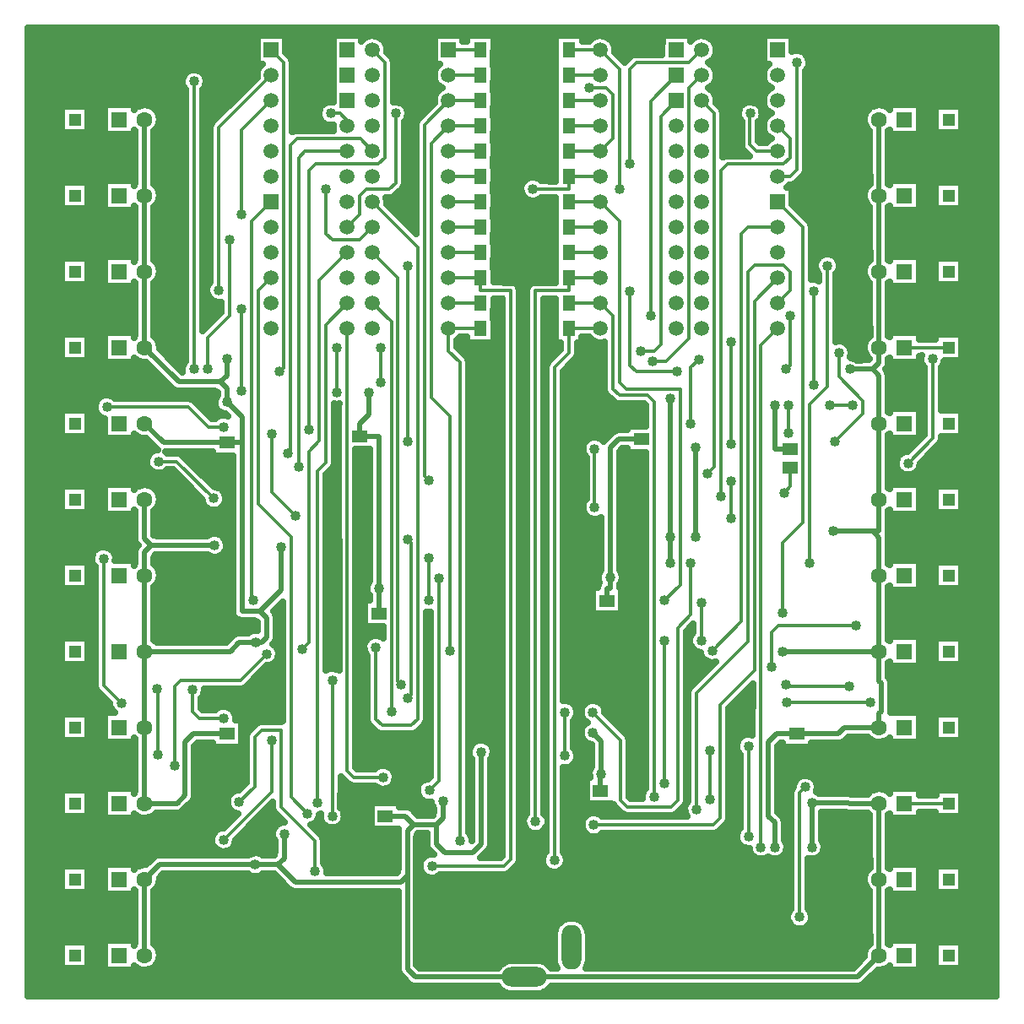
<source format=gbl>
G04 DipTrace 2.3.1.0*
%INLOGICCOMP.GBL*%
%MOMM*%
%ADD13C,0.508*%
%ADD14C,0.33*%
%ADD15C,0.635*%
%ADD16R,1.5X1.5*%
%ADD17C,1.5*%
%ADD18C,1.27*%
%ADD19R,1.27X1.27*%
%ADD21R,1.6X1.6*%
%ADD22C,1.6*%
%ADD23R,1.3X1.5*%
%ADD24R,1.5X1.3*%
%ADD25O,4.5X2.0*%
%ADD26O,2.0X4.5*%
%ADD28C,1.016*%
%FSLAX53Y53*%
G04*
G71*
G90*
G75*
G01*
%LNBottom*%
%LPD*%
X63353Y105893D2*
D13*
Y103353D1*
X60808Y18898D2*
X63617D1*
Y21525D1*
X64775D1*
X68088Y24838D1*
X67428Y25498D1*
Y25930D1*
X66540Y26818D1*
Y29698D1*
Y44410D1*
X65118D1*
X30963Y64623D2*
Y60478D1*
X30303Y59818D1*
X27517D1*
X26508Y60828D1*
Y61983D1*
X26260Y62230D1*
X58268Y90653D2*
Y88113D1*
X13183Y15088D2*
Y22708D1*
X61900Y25930D2*
Y23242D1*
X63617Y21525D1*
X105893Y98908D2*
Y91288D1*
X41440Y44410D2*
Y49113D1*
X65118Y44410D2*
Y47840D1*
X66685Y49408D1*
X67345Y48748D1*
X69063D1*
X30303Y59818D2*
X30963Y59158D1*
Y49113D1*
X13183Y60808D2*
Y53188D1*
X105893Y37948D2*
Y36073D1*
X105233Y35413D1*
X88113D1*
X63353Y85573D2*
Y83033D1*
Y88113D2*
Y85573D1*
Y90653D2*
Y88113D1*
Y93193D2*
X60340D1*
X59502Y92355D1*
Y90653D1*
X63353D1*
Y95733D2*
Y93193D1*
Y98273D2*
Y95733D1*
Y100813D2*
Y98273D1*
Y103353D2*
Y100813D1*
X69063Y48748D2*
X71720D1*
X72558Y49586D1*
Y64937D1*
X66685Y62148D2*
Y49408D1*
X44823Y57775D2*
Y60175D1*
X44298Y60700D1*
Y65258D1*
X46838Y27158D2*
X44803D1*
Y29454D1*
X45641Y30292D1*
X46892D1*
X47730Y31130D1*
Y34334D1*
X44803Y37261D1*
Y47478D1*
Y55177D1*
X44823Y55197D1*
Y57775D1*
X45895Y25270D2*
X46330D1*
X46838Y25778D1*
Y27158D1*
X58268Y90653D2*
X59502D1*
X58268Y93193D2*
Y90653D1*
Y95733D2*
Y93193D1*
Y98273D2*
Y95733D1*
Y100813D2*
Y98273D1*
Y103353D2*
Y100813D1*
Y105893D2*
Y103353D1*
X13183Y98908D2*
X21502Y107227D1*
X58268D1*
Y105893D1*
X13183Y91288D2*
Y98908D1*
Y83668D2*
Y91288D1*
Y76048D2*
Y83668D1*
Y68428D2*
Y76048D1*
Y60808D2*
Y68428D1*
X26260Y62230D2*
X14605D1*
X13183Y60808D1*
X63353Y77953D2*
Y80493D1*
X61900Y25930D2*
Y27396D1*
X63049D1*
Y77953D1*
X63353D1*
X60498Y40615D2*
Y27333D1*
X61900Y25930D1*
X58268Y83033D2*
X59660D1*
X60498Y82195D1*
Y40615D1*
X58268Y85573D2*
Y83033D1*
Y88113D2*
Y85573D1*
X30213Y32860D2*
Y33952D1*
X30963D1*
Y35413D1*
X13183Y30328D2*
X14567Y28944D1*
X29375D1*
X30213Y29782D1*
Y32860D1*
X13183Y22708D2*
Y30328D1*
X46203Y47478D2*
X44803D1*
X68428Y29698D2*
X66540D1*
X87558Y33520D2*
Y25676D1*
X86720Y24838D1*
X68088D1*
X88113Y35413D2*
X86416D1*
Y34028D1*
X86924Y33520D1*
X87558D1*
X105233Y35413D2*
X105893D1*
Y30328D1*
Y45568D2*
Y37948D1*
Y53188D2*
Y45568D1*
Y60808D2*
Y53188D1*
Y68428D2*
Y60808D1*
Y76048D2*
Y68428D1*
Y83668D2*
Y76048D1*
Y91288D2*
Y83668D1*
X41440Y59178D2*
Y61240D1*
Y49113D2*
Y59178D1*
X58268Y77953D2*
Y80493D1*
Y36740D2*
Y77953D1*
X13183Y37948D2*
Y30328D1*
Y45568D2*
Y37948D1*
Y53188D2*
Y45568D1*
X105893Y22708D2*
Y15088D1*
Y30328D2*
Y22708D1*
X30963Y37313D2*
X27613D1*
X26775Y36475D1*
Y31166D1*
X25937Y30328D1*
X22708D1*
X89620Y25930D2*
Y30385D1*
X69063Y50648D2*
Y51882D1*
X69408D1*
Y52990D1*
X22708Y68428D2*
X24613Y66523D1*
X30963D1*
X45235Y71553D2*
Y69329D1*
X44298Y68392D1*
Y67158D1*
X60808Y12898D2*
X49888D1*
X49050Y13736D1*
Y23106D1*
X48390Y22446D1*
X37804D1*
X36078Y24172D1*
X33787D1*
X85908Y70233D2*
Y65888D1*
X87478D1*
X36738Y27250D2*
Y24832D1*
X36078Y24172D1*
X33850Y46473D2*
X34434D1*
X34942Y46981D1*
Y48928D1*
X34282Y49588D1*
X32474D1*
Y66523D1*
Y69052D1*
X30963Y70563D1*
X68428Y31598D2*
Y33200D1*
X68500Y33273D1*
X49050Y23106D2*
Y27560D1*
X49710Y28220D1*
X52000D1*
Y26237D1*
X52838Y25399D1*
X55617D1*
X56455Y26237D1*
Y35500D1*
X96368Y98908D2*
Y91288D1*
X75430Y54393D2*
Y57033D1*
X77988D2*
Y66025D1*
X91765Y57610D2*
X95708D1*
X96368D1*
Y60808D1*
X30963Y70563D2*
Y71933D1*
X30303Y72593D1*
X26163D1*
X22708Y76048D1*
X49710Y28220D2*
X48872Y29058D1*
X46838D1*
X22708Y60808D2*
Y56848D1*
X23368Y56188D1*
X29706D1*
X95708Y57610D2*
X96368Y56950D1*
Y53188D1*
X23368Y56188D2*
X22708Y55528D1*
Y53188D1*
Y91288D2*
Y98908D1*
Y83668D2*
Y91288D1*
Y76048D2*
Y83668D1*
X30303Y72593D2*
X30963Y73253D1*
Y74935D1*
X34282Y49588D2*
X36408Y51714D1*
Y56043D1*
X22708Y45568D2*
X31295D1*
X32200Y46473D1*
X33850D1*
X22708Y37948D2*
Y45568D1*
Y30328D2*
Y37948D1*
Y22708D2*
Y15088D1*
X33787Y24172D2*
X24172D1*
X22708Y22708D1*
X52660Y30550D2*
Y28879D1*
X52000Y28220D1*
X96368Y15088D2*
X94178Y12898D1*
X60808D1*
X96368Y22708D2*
Y15088D1*
Y30328D2*
Y22708D1*
X89620Y30385D2*
X93279D1*
X93336Y30328D1*
X96368D1*
X69408Y52990D2*
Y65999D1*
X70246Y66837D1*
X72558D1*
X30963Y66523D2*
X32474D1*
X46203Y51918D2*
Y49378D1*
X44298Y67158D2*
X46203D1*
Y51918D1*
X88113Y37313D2*
X86105D1*
X85267Y36475D1*
Y29042D1*
X85908Y28402D1*
Y25930D1*
X96368Y37948D2*
X92901D1*
X92265Y37313D1*
X88113D1*
X96368Y45568D2*
Y42609D1*
X96570Y42407D1*
Y39534D1*
X96368Y39332D1*
Y37948D1*
X86653Y45568D2*
X96368D1*
X68500Y33273D2*
Y36573D1*
X67675Y37398D1*
X96368Y76048D2*
Y74523D1*
X95708Y73863D1*
X93415D1*
X96368Y83668D2*
Y76048D1*
Y91288D2*
Y83668D1*
X75430Y57033D2*
Y70893D1*
X96368Y68428D2*
Y73203D1*
X95708Y73863D1*
X96368Y60808D2*
Y68428D1*
Y53188D2*
Y45568D1*
X22708Y53188D2*
Y45568D1*
X27663Y102738D2*
D14*
Y73863D1*
X32448Y79885D2*
Y71718D1*
X18918Y70068D2*
X27105D1*
X29085Y68088D1*
X30633D1*
X24115Y64623D2*
X25930D1*
X29643Y60910D1*
X18588Y54888D2*
Y42183D1*
X20403Y40368D1*
X23950Y41770D2*
X24003Y41718D1*
Y35200D1*
X24033Y35170D1*
X30633Y26673D2*
X35418Y31458D1*
Y36655D1*
X42018Y71553D2*
Y76008D1*
X46390D2*
Y72543D1*
X29065Y73863D2*
Y77062D1*
X31210Y79207D1*
Y86815D1*
X51175Y54970D2*
Y50680D1*
X35418Y67345D2*
Y61570D1*
X37810Y59178D1*
X49113Y56785D2*
X49456Y56442D1*
Y41206D1*
X49113Y40863D1*
X27498Y41688D2*
Y39543D1*
X28158Y38883D1*
X30633D1*
X52248Y52908D2*
Y32613D1*
X51258Y31623D1*
X25683Y34098D2*
Y42031D1*
X26343Y42691D1*
X32296D1*
X34923Y45318D1*
X39790Y23538D2*
Y26568D1*
X36421Y29938D1*
Y37658D1*
X34415D1*
X33755Y36998D1*
Y32022D1*
X32200Y30468D1*
X41523Y29065D2*
Y42678D1*
X53188Y93193D2*
X56368D1*
X43028Y77953D2*
Y33597D1*
X43688Y32937D1*
X46632D1*
X56368Y77953D2*
X53188D1*
Y75713D1*
X54323Y74578D1*
Y26603D1*
X45568Y80493D2*
X47448Y78613D1*
Y39558D1*
X53188Y80493D2*
X56368D1*
X43028D2*
X40876Y78341D1*
Y64469D1*
X40038Y63631D1*
Y30385D1*
X35408Y83033D2*
X34111Y81736D1*
Y60346D1*
X37411Y57046D1*
Y30950D1*
X39048Y29313D1*
X53188Y83033D2*
X56368D1*
Y81738D1*
X59413D1*
Y24693D1*
X58753Y24033D1*
X51505D1*
X45568Y85573D2*
X48108Y83033D1*
Y42610D1*
X48453Y42265D1*
X53188Y85573D2*
X56368D1*
X43028D2*
X40216Y82761D1*
Y66713D1*
X39143Y65641D1*
Y46486D1*
X38470Y45813D1*
X43028Y88113D2*
X44273Y89358D1*
Y91238D1*
X44933Y91898D1*
X47215D1*
X47875Y92558D1*
Y99520D1*
X45568Y88113D2*
X44273Y86818D1*
X41523D1*
X40863Y87478D1*
Y91930D1*
X53188Y88113D2*
X56368D1*
X86815Y61488D2*
X87478Y62150D1*
Y63988D1*
X88383Y18918D2*
Y31375D1*
X88960Y31953D1*
X45568Y95733D2*
X44323Y96978D1*
X37973D1*
X37313Y96318D1*
Y65693D1*
X37068Y65448D1*
X53188Y95733D2*
X56368D1*
X43028D2*
X38800D1*
X38140Y95073D1*
Y64045D1*
X43028Y98273D2*
Y98770D1*
X42278Y99520D1*
X41358D1*
X56368Y98273D2*
X53188D1*
X51436Y96521D1*
Y71007D1*
X53320Y69122D1*
Y45648D1*
X35408Y100813D2*
X32448Y97853D1*
Y89373D1*
X56368Y100813D2*
X53188D1*
X50776Y98401D1*
Y63125D1*
X51175Y62725D1*
X35408Y103353D2*
X30138Y98083D1*
Y81783D1*
X49113Y84258D2*
Y66603D1*
X53188Y103353D2*
X56368D1*
X35408Y105893D2*
X36653Y104648D1*
Y74025D1*
X36243Y73615D1*
X45568Y105893D2*
X46813Y104648D1*
Y95098D1*
X46153Y94438D1*
X39873D1*
X39213Y93778D1*
Y67840D1*
X56368Y105893D2*
X54433D1*
X53188D1*
X35408Y90653D2*
X33451Y88696D1*
Y50832D1*
X33603Y50680D1*
X45568Y90653D2*
X50116Y86105D1*
Y38787D1*
X49456Y38127D1*
X46555D1*
X45895Y38787D1*
Y45978D1*
X53188Y90653D2*
X56368D1*
X65253Y105893D2*
X68428D1*
X70333Y103988D1*
Y91948D1*
X76048Y103353D2*
X73450Y100755D1*
Y79225D1*
X68428Y103353D2*
X65253D1*
X76048Y100813D2*
X74453Y99218D1*
Y76351D1*
X73793Y75691D1*
X72473D1*
X68428Y100813D2*
X65253D1*
X68428Y98273D2*
X65253D1*
Y95733D2*
X68428D1*
X69673Y96978D1*
Y101418D1*
X69013Y102078D1*
X67263D1*
X68428Y93193D2*
X65253D1*
Y91898D1*
X61685D1*
X61653Y91930D1*
X65253Y90653D2*
X68428D1*
X70333Y88748D1*
Y72556D1*
X70993Y71896D1*
X76433D1*
Y52261D1*
X74853Y50680D1*
X68428Y88113D2*
X65253D1*
X68428Y85573D2*
X65253D1*
X64870Y39460D2*
Y35088D1*
X77493Y54393D2*
Y49237D1*
X76186Y47929D1*
Y30620D1*
X75526Y29960D1*
X71122D1*
X70462Y30620D1*
Y36674D1*
X67675Y39460D1*
X91188Y84258D2*
Y72138D1*
X89383Y70333D1*
Y54403D1*
X68428Y83033D2*
X65253D1*
Y81738D1*
X61900D1*
Y28488D1*
X68428Y80493D2*
X65253D1*
X73803Y30985D2*
Y70576D1*
X73143Y71236D1*
X70333D1*
X69673Y71896D1*
Y79248D1*
X68428Y80493D1*
Y77953D2*
X65253D1*
Y75488D1*
X63798Y74033D1*
Y24610D1*
X86208Y77953D2*
X84518Y76263D1*
Y25943D1*
X86208Y80493D2*
X87453Y81738D1*
Y83618D1*
X86793Y84278D1*
X83858D1*
X83198Y83618D1*
Y46549D1*
X78070Y41421D1*
Y29725D1*
X86208Y83033D2*
X83858Y80683D1*
Y43650D1*
X80393Y40185D1*
Y28818D1*
X79733Y28158D1*
X67758D1*
X86208Y88113D2*
X83198D1*
X82538Y87453D1*
Y48548D1*
X79638Y45648D1*
X86208Y90653D2*
X88723Y88138D1*
Y58528D1*
X86650Y56455D1*
Y49443D1*
X86208Y93193D2*
X87475D1*
X88135Y93853D1*
Y104635D1*
X86208Y95733D2*
X84079D1*
X83419Y96393D1*
Y99507D1*
X86208Y98273D2*
X87453Y97028D1*
Y95098D1*
X86793Y94438D1*
X81153D1*
X80493Y93778D1*
Y61105D1*
X80463Y61075D1*
X78588Y100813D2*
X79833Y99568D1*
Y64075D1*
X79143Y63385D1*
X78588Y103353D2*
X77293Y102058D1*
Y76945D1*
X75035Y74688D1*
X73615D1*
X78588Y105893D2*
X77293Y104598D1*
X72048D1*
X71388Y103938D1*
Y94488D1*
X103353Y30328D2*
X98908D1*
X103353Y76048D2*
X98908D1*
X83268Y36078D2*
Y27003D1*
X95478Y40450D2*
X87145D1*
X94075Y48123D2*
X86238D1*
X85578Y47463D1*
Y43998D1*
X91435Y70233D2*
X93745D1*
X87310Y67428D2*
Y70233D1*
X99273Y64458D2*
X101748Y66933D1*
Y74935D1*
X81535Y66355D2*
Y76585D1*
X87063Y73863D2*
X87453Y74253D1*
Y79203D1*
X79390Y35665D2*
Y30715D1*
X74853Y46638D2*
Y32365D1*
X78565Y50433D2*
Y46638D1*
X86980Y42265D2*
X87145Y42100D1*
X93333D1*
X81535Y58930D2*
Y62643D1*
X67840Y60003D2*
Y65860D1*
X89785Y81700D2*
Y72295D1*
X76090Y73615D2*
X72048D1*
X71388Y74275D1*
Y81700D1*
X92343Y75513D2*
Y73098D1*
X94748Y70693D1*
Y69421D1*
X91930Y66603D1*
X77493Y68418D2*
Y74028D1*
X78318Y74853D1*
D28*
X26260Y62230D3*
X61900Y25930D3*
X41440Y44410D3*
Y59178D3*
X58270Y36738D3*
X60498Y40615D3*
X41440Y61240D3*
X45895Y25270D3*
X65118Y44410D3*
X66685Y62148D3*
X30963Y49113D3*
X87558Y33520D3*
X30213Y32860D3*
X44823Y57775D3*
X41440Y49113D3*
X33850Y46473D3*
X85908Y25930D3*
X89620D3*
X36408Y56043D3*
X67675Y37398D3*
X56455Y35500D3*
X93415Y73863D3*
X86650Y45565D3*
X75430Y70893D3*
X77988Y66025D3*
X89620Y30385D3*
X75430Y54393D3*
X33787Y24172D3*
X52660Y30550D3*
X29725Y56208D3*
X45235Y71553D3*
X36738Y27250D3*
X30963Y74935D3*
X77988Y57033D3*
X69408Y52990D3*
X75430Y57033D3*
X85908Y70233D3*
X46203Y51918D3*
X91765Y57610D3*
X68500Y33273D3*
X30963Y70563D3*
X27663Y73863D3*
Y102738D3*
X32448Y71718D3*
Y79885D3*
X30633Y68088D3*
X18918Y70068D3*
X29643Y60910D3*
X24115Y64623D3*
X20403Y40368D3*
X18588Y54888D3*
X24033Y35170D3*
X23950Y41770D3*
X35418Y36655D3*
X30633Y26673D3*
X42018Y76008D3*
Y71553D3*
X46390Y72543D3*
Y76008D3*
X31210Y86815D3*
X29065Y73863D3*
X51175Y50680D3*
Y54970D3*
X49113Y40863D3*
Y56785D3*
X37810Y59178D3*
X35418Y67345D3*
X30633Y38883D3*
X51258Y31623D3*
X52248Y52908D3*
X27498Y41688D3*
X34923Y45318D3*
X25683Y34098D3*
X32200Y30468D3*
X39790Y23538D3*
X41523Y42678D3*
Y29065D3*
X46638Y32943D3*
X54310Y26590D3*
X47463Y39543D3*
X40038Y30385D3*
X39048Y29313D3*
X51505Y24033D3*
X48453Y42265D3*
X38470Y45813D3*
X47875Y99520D3*
X40863Y91930D3*
X86815Y61488D3*
X88960Y31953D3*
X88383Y18918D3*
X37068Y65448D3*
X38140Y64045D3*
X41358Y99520D3*
X53320Y45648D3*
X32448Y89373D3*
X51175Y62725D3*
X30138Y81783D3*
X49113Y66603D3*
Y84258D3*
X36243Y73615D3*
X39213Y67840D3*
X33603Y50680D3*
X45895Y45978D3*
X70315Y91930D3*
X73450Y79225D3*
X72460Y75678D3*
X67263Y102078D3*
X61653Y91930D3*
X74853Y50680D3*
X64870Y35088D3*
Y39460D3*
X67675D3*
X77493Y54393D3*
X89373D3*
X91188Y84258D3*
X61900Y28488D3*
X73780Y30963D3*
X63798Y24610D3*
X84505Y25930D3*
X78070Y29725D3*
X67758Y28158D3*
X79638Y45648D3*
X86650Y49443D3*
X88135Y104635D3*
X83433Y99520D3*
X80463Y61075D3*
X79143Y63385D3*
X73615Y74688D3*
X71388Y94488D3*
X83268Y27003D3*
Y36078D3*
X87145Y40450D3*
X95478D3*
X85578Y43998D3*
X94075Y48123D3*
X93745Y70233D3*
X91435D3*
X87310D3*
Y67428D3*
X101748Y74935D3*
X99273Y64458D3*
X81535Y76585D3*
Y66355D3*
X87475Y79225D3*
X87063Y73863D3*
X79390Y30715D3*
Y35665D3*
X93333Y42100D3*
X74853Y32365D3*
Y46638D3*
X78565D3*
Y50433D3*
X86980Y42265D3*
X81535Y62643D3*
Y58930D3*
X67840Y65860D3*
Y60003D3*
X89785Y72295D3*
Y81700D3*
X71388D3*
X76090Y73615D3*
X91930Y66603D3*
X92343Y75513D3*
X78318Y74853D3*
X77493Y68418D3*
X11024Y107483D2*
D15*
X108057D1*
X11024Y106852D2*
X33920D1*
X36895D2*
X41540D1*
X46678D2*
X51700D1*
X57751D2*
X63865D1*
X66641D2*
X67317D1*
X69538D2*
X74560D1*
X79698D2*
X84720D1*
X87695D2*
X108057D1*
X11024Y106220D2*
X33920D1*
X36895D2*
X41540D1*
X47015D2*
X51700D1*
X57751D2*
X63865D1*
X69875D2*
X74560D1*
X80035D2*
X84720D1*
X87695D2*
X108057D1*
X11024Y105588D2*
X33920D1*
X36964D2*
X41540D1*
X47124D2*
X51700D1*
X57751D2*
X63865D1*
X69984D2*
X74560D1*
X80045D2*
X84720D1*
X88895D2*
X108057D1*
X11024Y104957D2*
X33920D1*
X37490D2*
X41540D1*
X47650D2*
X51700D1*
X57751D2*
X63865D1*
X70609D2*
X71157D1*
X79728D2*
X84720D1*
X89332D2*
X108057D1*
X11024Y104325D2*
X34307D1*
X37550D2*
X41540D1*
X47710D2*
X52087D1*
X57751D2*
X63865D1*
X79688D2*
X85107D1*
X89342D2*
X108057D1*
X11024Y103693D2*
X26906D1*
X28422D2*
X33960D1*
X37550D2*
X41540D1*
X47710D2*
X51740D1*
X57751D2*
X63865D1*
X80035D2*
X84760D1*
X89034D2*
X108057D1*
X11024Y103062D2*
X26459D1*
X28858D2*
X33871D1*
X37550D2*
X41540D1*
X47710D2*
X51730D1*
X57751D2*
X63865D1*
X80045D2*
X84750D1*
X89034D2*
X108057D1*
X11024Y102430D2*
X26459D1*
X28868D2*
X33236D1*
X37550D2*
X41540D1*
X47710D2*
X52038D1*
X57751D2*
X63865D1*
X79738D2*
X85058D1*
X89034D2*
X108057D1*
X11024Y101798D2*
X26757D1*
X28561D2*
X32601D1*
X37550D2*
X41540D1*
X47710D2*
X52097D1*
X57751D2*
X63865D1*
X79678D2*
X85117D1*
X89034D2*
X108057D1*
X11024Y101167D2*
X26757D1*
X28561D2*
X31976D1*
X37550D2*
X41540D1*
X47710D2*
X51750D1*
X57751D2*
X63865D1*
X80025D2*
X84770D1*
X89034D2*
X108057D1*
X11024Y100535D2*
X26757D1*
X28561D2*
X31341D1*
X37550D2*
X40687D1*
X48543D2*
X51661D1*
X57751D2*
X63865D1*
X80115D2*
X82766D1*
X84103D2*
X84750D1*
X89034D2*
X108057D1*
X11024Y99903D2*
X14354D1*
X17091D2*
X18631D1*
X23858D2*
X26757D1*
X28561D2*
X30706D1*
X37550D2*
X40181D1*
X49059D2*
X51026D1*
X57751D2*
X63865D1*
X80660D2*
X82250D1*
X84609D2*
X85048D1*
X89034D2*
X95218D1*
X100444D2*
X101984D1*
X104721D2*
X108057D1*
X11024Y99272D2*
X14354D1*
X17091D2*
X18631D1*
X24195D2*
X26757D1*
X28561D2*
X30081D1*
X37550D2*
X40141D1*
X49089D2*
X50401D1*
X57751D2*
X63865D1*
X80730D2*
X82210D1*
X84649D2*
X85127D1*
X89034D2*
X94880D1*
X100444D2*
X101984D1*
X104721D2*
X108057D1*
X11024Y98640D2*
X14354D1*
X17091D2*
X18631D1*
X24215D2*
X26757D1*
X28561D2*
X29446D1*
X37550D2*
X40508D1*
X48781D2*
X49904D1*
X57751D2*
X63865D1*
X80730D2*
X82518D1*
X84321D2*
X84770D1*
X89034D2*
X94860D1*
X100444D2*
X101984D1*
X104721D2*
X108057D1*
X11024Y98008D2*
X14354D1*
X17091D2*
X18631D1*
X23937D2*
X26757D1*
X28561D2*
X29237D1*
X37550D2*
X41570D1*
X48781D2*
X49875D1*
X57751D2*
X63865D1*
X80730D2*
X82518D1*
X84321D2*
X84750D1*
X89034D2*
X95138D1*
X100444D2*
X101984D1*
X104721D2*
X108057D1*
X11024Y97377D2*
X21716D1*
X23699D2*
X26757D1*
X28561D2*
X29237D1*
X48781D2*
X49875D1*
X57751D2*
X63865D1*
X80730D2*
X82518D1*
X84321D2*
X85038D1*
X89034D2*
X95376D1*
X97359D2*
X108057D1*
X11024Y96745D2*
X21716D1*
X23699D2*
X26757D1*
X28561D2*
X29237D1*
X48781D2*
X49875D1*
X57751D2*
X63865D1*
X80730D2*
X82518D1*
X84321D2*
X85147D1*
X89034D2*
X95376D1*
X97359D2*
X108057D1*
X11024Y96113D2*
X21716D1*
X23699D2*
X26757D1*
X28561D2*
X29237D1*
X48781D2*
X49875D1*
X57751D2*
X63865D1*
X80730D2*
X82567D1*
X89034D2*
X95376D1*
X97359D2*
X108057D1*
X11024Y95482D2*
X21716D1*
X23699D2*
X26757D1*
X28561D2*
X29237D1*
X48781D2*
X49875D1*
X57751D2*
X63865D1*
X80730D2*
X83083D1*
X89034D2*
X95376D1*
X97359D2*
X108057D1*
X11024Y94850D2*
X21716D1*
X23699D2*
X26757D1*
X28561D2*
X29237D1*
X48781D2*
X49875D1*
X57751D2*
X63865D1*
X89034D2*
X95376D1*
X97359D2*
X108057D1*
X11024Y94218D2*
X21716D1*
X23699D2*
X26757D1*
X28561D2*
X29237D1*
X48781D2*
X49875D1*
X57751D2*
X63865D1*
X89034D2*
X95376D1*
X97359D2*
X108057D1*
X11024Y93587D2*
X21716D1*
X23699D2*
X26757D1*
X28561D2*
X29237D1*
X48781D2*
X49875D1*
X57751D2*
X63865D1*
X88995D2*
X95376D1*
X97359D2*
X108057D1*
X11024Y92955D2*
X21716D1*
X23699D2*
X26757D1*
X28561D2*
X29237D1*
X48781D2*
X49875D1*
X57751D2*
X61007D1*
X62305D2*
X63865D1*
X88489D2*
X95376D1*
X97359D2*
X108057D1*
X11024Y92323D2*
X14354D1*
X17091D2*
X18631D1*
X23818D2*
X26757D1*
X28561D2*
X29237D1*
X48742D2*
X49875D1*
X57751D2*
X60471D1*
X87397D2*
X95257D1*
X100444D2*
X101984D1*
X104721D2*
X108057D1*
X11024Y91692D2*
X14354D1*
X17091D2*
X18631D1*
X24185D2*
X26757D1*
X28561D2*
X29237D1*
X48255D2*
X49875D1*
X57751D2*
X60432D1*
X87695D2*
X94890D1*
X100444D2*
X101984D1*
X104721D2*
X108057D1*
X11024Y91060D2*
X14354D1*
X17091D2*
X18631D1*
X24225D2*
X26757D1*
X28561D2*
X29237D1*
X47303D2*
X49875D1*
X57751D2*
X60789D1*
X87695D2*
X94851D1*
X100444D2*
X101984D1*
X104721D2*
X108057D1*
X11024Y90428D2*
X14354D1*
X17091D2*
X18631D1*
X23967D2*
X26757D1*
X28561D2*
X29237D1*
X47045D2*
X49875D1*
X57751D2*
X63865D1*
X87695D2*
X95109D1*
X100444D2*
X101984D1*
X104721D2*
X108057D1*
X11024Y89797D2*
X21716D1*
X23699D2*
X26757D1*
X28561D2*
X29237D1*
X47670D2*
X49875D1*
X57751D2*
X63865D1*
X88310D2*
X95376D1*
X97359D2*
X108057D1*
X11024Y89165D2*
X21716D1*
X23699D2*
X26757D1*
X28561D2*
X29237D1*
X48305D2*
X49875D1*
X57751D2*
X63865D1*
X88945D2*
X95376D1*
X97359D2*
X108057D1*
X11024Y88533D2*
X21716D1*
X23699D2*
X26757D1*
X28561D2*
X29237D1*
X48930D2*
X49875D1*
X57751D2*
X63865D1*
X89521D2*
X95376D1*
X97359D2*
X108057D1*
X11024Y87902D2*
X21716D1*
X23699D2*
X26757D1*
X28561D2*
X29237D1*
X57751D2*
X63865D1*
X89620D2*
X95376D1*
X97359D2*
X108057D1*
X11024Y87270D2*
X21716D1*
X23699D2*
X26757D1*
X28561D2*
X29237D1*
X57751D2*
X63865D1*
X89620D2*
X95376D1*
X97359D2*
X108057D1*
X11024Y86638D2*
X21716D1*
X23699D2*
X26757D1*
X28561D2*
X29237D1*
X57751D2*
X63865D1*
X89620D2*
X95376D1*
X97359D2*
X108057D1*
X11024Y86007D2*
X21716D1*
X23699D2*
X26757D1*
X28561D2*
X29237D1*
X57751D2*
X63865D1*
X89620D2*
X95376D1*
X97359D2*
X108057D1*
X11024Y85375D2*
X21716D1*
X23699D2*
X26757D1*
X28561D2*
X29237D1*
X57751D2*
X63865D1*
X89620D2*
X90743D1*
X91634D2*
X95376D1*
X97359D2*
X108057D1*
X11024Y84743D2*
X14354D1*
X17091D2*
X18631D1*
X23778D2*
X26757D1*
X28561D2*
X29237D1*
X57751D2*
X63865D1*
X89620D2*
X90048D1*
X92328D2*
X95297D1*
X100444D2*
X101984D1*
X104721D2*
X108057D1*
X11024Y84112D2*
X14354D1*
X17091D2*
X18631D1*
X24175D2*
X26757D1*
X28561D2*
X29237D1*
X57751D2*
X63865D1*
X89620D2*
X89947D1*
X92428D2*
X94900D1*
X100444D2*
X101984D1*
X104721D2*
X108057D1*
X11024Y83480D2*
X14354D1*
X17091D2*
X18631D1*
X24235D2*
X26757D1*
X28561D2*
X29237D1*
X57751D2*
X63865D1*
X89620D2*
X90237D1*
X92140D2*
X94841D1*
X100444D2*
X101984D1*
X104721D2*
X108057D1*
X11024Y82848D2*
X14354D1*
X17091D2*
X18631D1*
X23996D2*
X26757D1*
X28561D2*
X29237D1*
X57751D2*
X63865D1*
X92090D2*
X95079D1*
X100444D2*
X101984D1*
X104721D2*
X108057D1*
X11024Y82217D2*
X18631D1*
X23699D2*
X26757D1*
X28561D2*
X28968D1*
X60162D2*
X61146D1*
X92090D2*
X95376D1*
X100444D2*
X108057D1*
X11024Y81585D2*
X21716D1*
X23699D2*
X26757D1*
X28561D2*
X28915D1*
X60311D2*
X60997D1*
X92090D2*
X95376D1*
X97359D2*
X108057D1*
X11024Y80953D2*
X21716D1*
X23699D2*
X26757D1*
X28561D2*
X29237D1*
X60311D2*
X60997D1*
X92090D2*
X95376D1*
X97359D2*
X108057D1*
X11024Y80322D2*
X21716D1*
X23699D2*
X26757D1*
X28561D2*
X30309D1*
X57751D2*
X58507D1*
X60311D2*
X60997D1*
X62801D2*
X63865D1*
X92090D2*
X95376D1*
X97359D2*
X108057D1*
X11024Y79690D2*
X21716D1*
X23699D2*
X26757D1*
X28561D2*
X30309D1*
X57751D2*
X58507D1*
X60311D2*
X60997D1*
X62801D2*
X63865D1*
X92090D2*
X95376D1*
X97359D2*
X108057D1*
X11024Y79058D2*
X21716D1*
X23699D2*
X26757D1*
X28561D2*
X29813D1*
X57751D2*
X58507D1*
X60311D2*
X60997D1*
X62801D2*
X63865D1*
X92090D2*
X95376D1*
X97359D2*
X108057D1*
X11024Y78427D2*
X21716D1*
X23699D2*
X26757D1*
X28561D2*
X29178D1*
X57751D2*
X58507D1*
X60311D2*
X60997D1*
X62801D2*
X63865D1*
X92090D2*
X95376D1*
X97359D2*
X108057D1*
X11024Y77795D2*
X21716D1*
X23699D2*
X26757D1*
X57751D2*
X58507D1*
X60311D2*
X60997D1*
X62801D2*
X63865D1*
X92090D2*
X95376D1*
X97359D2*
X108057D1*
X11024Y77163D2*
X14354D1*
X17091D2*
X18631D1*
X23729D2*
X26757D1*
X57751D2*
X58507D1*
X60311D2*
X60997D1*
X62801D2*
X63865D1*
X92090D2*
X95347D1*
X100444D2*
X101984D1*
X104721D2*
X108057D1*
X11024Y76532D2*
X14354D1*
X17091D2*
X18631D1*
X24165D2*
X26757D1*
X54089D2*
X54984D1*
X57751D2*
X58507D1*
X60311D2*
X60997D1*
X62801D2*
X63865D1*
X66641D2*
X68290D1*
X93003D2*
X94910D1*
X104721D2*
X108057D1*
X11024Y75900D2*
X14354D1*
X17091D2*
X18631D1*
X24235D2*
X26757D1*
X54248D2*
X58507D1*
X60311D2*
X60997D1*
X62801D2*
X64351D1*
X66154D2*
X68776D1*
X93519D2*
X94841D1*
X104721D2*
X108057D1*
X11024Y75268D2*
X14354D1*
X17091D2*
X18631D1*
X24860D2*
X26757D1*
X54883D2*
X58507D1*
X60311D2*
X60997D1*
X62801D2*
X63785D1*
X66125D2*
X68776D1*
X93559D2*
X95059D1*
X104721D2*
X108057D1*
X11024Y74637D2*
X18631D1*
X21704D2*
X22222D1*
X25495D2*
X26707D1*
X55221D2*
X58507D1*
X60311D2*
X60997D1*
X62801D2*
X63160D1*
X65648D2*
X68776D1*
X102955D2*
X108057D1*
X11024Y74005D2*
X23373D1*
X55221D2*
X58507D1*
X60311D2*
X60997D1*
X65013D2*
X68776D1*
X97200D2*
X100843D1*
X102647D2*
X108057D1*
X11024Y73373D2*
X24008D1*
X55221D2*
X58507D1*
X60311D2*
X60997D1*
X64696D2*
X68776D1*
X97339D2*
X100843D1*
X102647D2*
X108057D1*
X11024Y72742D2*
X24643D1*
X55221D2*
X58507D1*
X60311D2*
X60997D1*
X64696D2*
X68776D1*
X97359D2*
X100843D1*
X102647D2*
X108057D1*
X11024Y72110D2*
X25268D1*
X55221D2*
X58507D1*
X60311D2*
X60997D1*
X64696D2*
X68776D1*
X97359D2*
X100843D1*
X102647D2*
X108057D1*
X11024Y71478D2*
X29971D1*
X55221D2*
X58507D1*
X60311D2*
X60997D1*
X64696D2*
X68885D1*
X97359D2*
X100843D1*
X102647D2*
X108057D1*
X11024Y70847D2*
X17966D1*
X27479D2*
X29753D1*
X55221D2*
X58507D1*
X60311D2*
X60997D1*
X64696D2*
X69470D1*
X97359D2*
X100843D1*
X102647D2*
X108057D1*
X11024Y70215D2*
X17678D1*
X28203D2*
X29773D1*
X41776D2*
X42126D1*
X55221D2*
X58507D1*
X60311D2*
X60997D1*
X64696D2*
X72903D1*
X97359D2*
X100843D1*
X102647D2*
X108057D1*
X11024Y69583D2*
X14354D1*
X17091D2*
X17777D1*
X28838D2*
X30239D1*
X41776D2*
X42126D1*
X55221D2*
X58507D1*
X60311D2*
X60997D1*
X64696D2*
X72903D1*
X100444D2*
X100843D1*
X104721D2*
X108057D1*
X11024Y68952D2*
X14354D1*
X17091D2*
X18472D1*
X41776D2*
X42126D1*
X55221D2*
X58507D1*
X60311D2*
X60997D1*
X64696D2*
X72903D1*
X100444D2*
X100843D1*
X104721D2*
X108057D1*
X11024Y68320D2*
X14354D1*
X17091D2*
X18631D1*
X41776D2*
X42126D1*
X55221D2*
X58507D1*
X60311D2*
X60997D1*
X64696D2*
X72903D1*
X100444D2*
X100843D1*
X104721D2*
X108057D1*
X11024Y67688D2*
X14354D1*
X17091D2*
X18631D1*
X41776D2*
X42126D1*
X55221D2*
X58507D1*
X60311D2*
X60997D1*
X64696D2*
X69818D1*
X100444D2*
X100843D1*
X104721D2*
X108057D1*
X11024Y67057D2*
X18631D1*
X21704D2*
X22103D1*
X41776D2*
X42126D1*
X55221D2*
X58507D1*
X60311D2*
X60997D1*
X64696D2*
X69093D1*
X102647D2*
X108057D1*
X11024Y66425D2*
X23334D1*
X41776D2*
X42126D1*
X55221D2*
X58507D1*
X60311D2*
X60997D1*
X64696D2*
X66742D1*
X97359D2*
X99990D1*
X102478D2*
X108057D1*
X11024Y65793D2*
X23899D1*
X41776D2*
X42126D1*
X43929D2*
X45211D1*
X55221D2*
X58507D1*
X60311D2*
X60997D1*
X64696D2*
X66593D1*
X70580D2*
X71068D1*
X97359D2*
X99365D1*
X101853D2*
X108057D1*
X11024Y65162D2*
X22996D1*
X26636D2*
X31480D1*
X41776D2*
X42126D1*
X43929D2*
X45211D1*
X55221D2*
X58507D1*
X60311D2*
X60997D1*
X64696D2*
X66821D1*
X70401D2*
X72903D1*
X97359D2*
X98264D1*
X101228D2*
X108057D1*
X11024Y64530D2*
X22877D1*
X27271D2*
X31480D1*
X41776D2*
X42126D1*
X43929D2*
X45211D1*
X55221D2*
X58507D1*
X60311D2*
X60997D1*
X64696D2*
X66940D1*
X70401D2*
X72903D1*
X97359D2*
X98035D1*
X100593D2*
X108057D1*
X11024Y63898D2*
X23115D1*
X27906D2*
X31480D1*
X41548D2*
X42126D1*
X43929D2*
X45211D1*
X55221D2*
X58507D1*
X60311D2*
X60997D1*
X64696D2*
X66940D1*
X70401D2*
X72903D1*
X97359D2*
X98164D1*
X100375D2*
X108057D1*
X11024Y63267D2*
X26042D1*
X28531D2*
X31480D1*
X40943D2*
X42126D1*
X43929D2*
X45211D1*
X55221D2*
X58507D1*
X60311D2*
X60997D1*
X64696D2*
X66940D1*
X70401D2*
X72903D1*
X97359D2*
X108057D1*
X11024Y62635D2*
X26667D1*
X29166D2*
X31480D1*
X40943D2*
X42126D1*
X43929D2*
X45211D1*
X55221D2*
X58507D1*
X60311D2*
X60997D1*
X64696D2*
X66940D1*
X70401D2*
X72903D1*
X97359D2*
X108057D1*
X11024Y62003D2*
X14354D1*
X17091D2*
X18631D1*
X23629D2*
X27302D1*
X30148D2*
X31480D1*
X40943D2*
X42126D1*
X43929D2*
X45211D1*
X55221D2*
X58507D1*
X60311D2*
X60997D1*
X64696D2*
X66940D1*
X70401D2*
X72903D1*
X100444D2*
X101984D1*
X104721D2*
X108057D1*
X11024Y61372D2*
X14354D1*
X17091D2*
X18631D1*
X24135D2*
X27937D1*
X30793D2*
X31480D1*
X40943D2*
X42126D1*
X43929D2*
X45211D1*
X55221D2*
X58507D1*
X60311D2*
X60997D1*
X64696D2*
X66940D1*
X70401D2*
X72903D1*
X100444D2*
X101984D1*
X104721D2*
X108057D1*
X11024Y60740D2*
X14354D1*
X17091D2*
X18631D1*
X24244D2*
X28414D1*
X30872D2*
X31480D1*
X40943D2*
X42126D1*
X43929D2*
X45211D1*
X55221D2*
X58507D1*
X60311D2*
X60997D1*
X64696D2*
X66851D1*
X70401D2*
X72903D1*
X100444D2*
X101984D1*
X104721D2*
X108057D1*
X11024Y60108D2*
X14354D1*
X17091D2*
X18631D1*
X24066D2*
X28711D1*
X30575D2*
X31480D1*
X40943D2*
X42126D1*
X43929D2*
X45211D1*
X55221D2*
X58507D1*
X60311D2*
X60997D1*
X64696D2*
X66603D1*
X70401D2*
X72903D1*
X100444D2*
X101984D1*
X104721D2*
X108057D1*
X11024Y59477D2*
X18631D1*
X23699D2*
X31480D1*
X40943D2*
X42126D1*
X43929D2*
X45211D1*
X55221D2*
X58507D1*
X60311D2*
X60997D1*
X64696D2*
X66722D1*
X70401D2*
X72903D1*
X100444D2*
X108057D1*
X11024Y58845D2*
X21716D1*
X23699D2*
X31480D1*
X40943D2*
X42126D1*
X43929D2*
X45211D1*
X55221D2*
X58507D1*
X60311D2*
X60997D1*
X64696D2*
X67546D1*
X70401D2*
X72903D1*
X97359D2*
X108057D1*
X11024Y58213D2*
X21716D1*
X23699D2*
X31480D1*
X40943D2*
X42126D1*
X43929D2*
X45211D1*
X55221D2*
X58507D1*
X60311D2*
X60997D1*
X64696D2*
X68419D1*
X70401D2*
X72903D1*
X97359D2*
X108057D1*
X11024Y57582D2*
X21716D1*
X23699D2*
X31480D1*
X40943D2*
X42126D1*
X43929D2*
X45211D1*
X55221D2*
X58507D1*
X60311D2*
X60997D1*
X64696D2*
X68419D1*
X70401D2*
X72903D1*
X97359D2*
X108057D1*
X11024Y56950D2*
X21716D1*
X30704D2*
X31480D1*
X40943D2*
X42126D1*
X43929D2*
X45211D1*
X55221D2*
X58507D1*
X60311D2*
X60997D1*
X64696D2*
X68419D1*
X70401D2*
X72903D1*
X97359D2*
X108057D1*
X11024Y56318D2*
X21885D1*
X30962D2*
X31480D1*
X40943D2*
X42126D1*
X43929D2*
X45211D1*
X55221D2*
X58507D1*
X60311D2*
X60997D1*
X64696D2*
X68419D1*
X70401D2*
X72903D1*
X97359D2*
X108057D1*
X11024Y55687D2*
X17658D1*
X19522D2*
X21726D1*
X30852D2*
X31480D1*
X40943D2*
X42126D1*
X43929D2*
X45211D1*
X55221D2*
X58507D1*
X60311D2*
X60997D1*
X64696D2*
X68419D1*
X70401D2*
X72903D1*
X97359D2*
X108057D1*
X11024Y55055D2*
X17351D1*
X19819D2*
X21716D1*
X23699D2*
X29406D1*
X30048D2*
X31480D1*
X40943D2*
X42126D1*
X43929D2*
X45211D1*
X55221D2*
X58507D1*
X60311D2*
X60997D1*
X64696D2*
X68419D1*
X70401D2*
X72903D1*
X97359D2*
X108057D1*
X11024Y54423D2*
X14354D1*
X17091D2*
X17442D1*
X23699D2*
X31480D1*
X40943D2*
X42126D1*
X43929D2*
X45211D1*
X55221D2*
X58507D1*
X60311D2*
X60997D1*
X64696D2*
X68419D1*
X70401D2*
X72903D1*
X100444D2*
X101984D1*
X104721D2*
X108057D1*
X11024Y53792D2*
X14354D1*
X17091D2*
X17688D1*
X24116D2*
X31480D1*
X40943D2*
X42126D1*
X43929D2*
X45211D1*
X55221D2*
X58507D1*
X60311D2*
X60997D1*
X64696D2*
X68419D1*
X70401D2*
X72903D1*
X100444D2*
X101984D1*
X104721D2*
X108057D1*
X11024Y53160D2*
X14354D1*
X17091D2*
X17688D1*
X24244D2*
X31480D1*
X40943D2*
X42126D1*
X43929D2*
X45211D1*
X55221D2*
X58507D1*
X60311D2*
X60997D1*
X64696D2*
X68181D1*
X70639D2*
X72903D1*
X100444D2*
X101984D1*
X104721D2*
X108057D1*
X11024Y52528D2*
X14354D1*
X17091D2*
X17688D1*
X24086D2*
X31480D1*
X40943D2*
X42126D1*
X43929D2*
X45132D1*
X55221D2*
X58507D1*
X60311D2*
X60997D1*
X64696D2*
X68260D1*
X70560D2*
X72903D1*
X100444D2*
X101984D1*
X104721D2*
X108057D1*
X11024Y51897D2*
X14354D1*
X17091D2*
X17688D1*
X23699D2*
X31480D1*
X40943D2*
X42126D1*
X43929D2*
X44963D1*
X55221D2*
X58507D1*
X60311D2*
X60997D1*
X64696D2*
X67575D1*
X70550D2*
X72903D1*
X100444D2*
X101984D1*
X104721D2*
X108057D1*
X11024Y51265D2*
X17688D1*
X23699D2*
X31480D1*
X40943D2*
X42126D1*
X43929D2*
X45152D1*
X55221D2*
X58507D1*
X60311D2*
X60997D1*
X64696D2*
X67575D1*
X70550D2*
X72903D1*
X97359D2*
X108057D1*
X11024Y50633D2*
X17688D1*
X23699D2*
X31480D1*
X40943D2*
X42126D1*
X43929D2*
X44715D1*
X55221D2*
X58507D1*
X60311D2*
X60997D1*
X64696D2*
X67575D1*
X70550D2*
X72903D1*
X97359D2*
X108057D1*
X11024Y50002D2*
X17688D1*
X23699D2*
X31480D1*
X36071D2*
X36510D1*
X40943D2*
X42126D1*
X43929D2*
X44715D1*
X55221D2*
X58507D1*
X60311D2*
X60997D1*
X64696D2*
X67575D1*
X70550D2*
X72903D1*
X97359D2*
X108057D1*
X11024Y49370D2*
X17688D1*
X23699D2*
X31509D1*
X35823D2*
X36510D1*
X40943D2*
X42126D1*
X43929D2*
X44715D1*
X51014D2*
X51343D1*
X55221D2*
X58507D1*
X60311D2*
X60997D1*
X64696D2*
X67575D1*
X70550D2*
X72903D1*
X97359D2*
X108057D1*
X11024Y48738D2*
X17688D1*
X23699D2*
X32035D1*
X35932D2*
X36510D1*
X40943D2*
X42126D1*
X43929D2*
X44715D1*
X51014D2*
X51343D1*
X55221D2*
X58507D1*
X60311D2*
X60997D1*
X64696D2*
X72903D1*
X97359D2*
X108057D1*
X11024Y48107D2*
X17688D1*
X23699D2*
X33950D1*
X35932D2*
X36510D1*
X40943D2*
X42126D1*
X43929D2*
X44715D1*
X51014D2*
X51343D1*
X55221D2*
X58507D1*
X60311D2*
X60997D1*
X64696D2*
X72903D1*
X97359D2*
X108057D1*
X11024Y47475D2*
X17688D1*
X23699D2*
X33166D1*
X35932D2*
X36510D1*
X40943D2*
X42126D1*
X43929D2*
X46551D1*
X51014D2*
X51343D1*
X55221D2*
X58507D1*
X60311D2*
X60997D1*
X64696D2*
X72903D1*
X77088D2*
X77666D1*
X97359D2*
X108057D1*
X11024Y46843D2*
X14354D1*
X17091D2*
X17688D1*
X23699D2*
X31202D1*
X35923D2*
X36510D1*
X40943D2*
X42126D1*
X43929D2*
X45033D1*
X51014D2*
X51343D1*
X55221D2*
X58507D1*
X60311D2*
X60997D1*
X64696D2*
X72903D1*
X100444D2*
X101984D1*
X104721D2*
X108057D1*
X11024Y46212D2*
X14354D1*
X17091D2*
X17688D1*
X35754D2*
X36510D1*
X40943D2*
X42126D1*
X43929D2*
X44676D1*
X51014D2*
X51343D1*
X55221D2*
X58507D1*
X60311D2*
X60997D1*
X64696D2*
X72903D1*
X77088D2*
X77410D1*
X100444D2*
X101984D1*
X104721D2*
X108057D1*
X11024Y45580D2*
X14354D1*
X17091D2*
X17688D1*
X36141D2*
X36511D1*
X40943D2*
X42126D1*
X43929D2*
X44715D1*
X51014D2*
X51343D1*
X55221D2*
X58507D1*
X60311D2*
X60997D1*
X64696D2*
X72903D1*
X77088D2*
X77973D1*
X100444D2*
X101984D1*
X104721D2*
X108057D1*
X11024Y44948D2*
X14354D1*
X17091D2*
X17688D1*
X36111D2*
X36506D1*
X40943D2*
X42126D1*
X43929D2*
X44993D1*
X51014D2*
X51343D1*
X55221D2*
X58507D1*
X60311D2*
X60997D1*
X64696D2*
X72903D1*
X77088D2*
X78618D1*
X100444D2*
X101984D1*
X104721D2*
X108057D1*
X11024Y44317D2*
X14354D1*
X17091D2*
X17688D1*
X35615D2*
X36510D1*
X40943D2*
X42126D1*
X43929D2*
X44993D1*
X51014D2*
X51343D1*
X55221D2*
X58507D1*
X60311D2*
X60997D1*
X64696D2*
X72903D1*
X77088D2*
X79720D1*
X100444D2*
X101984D1*
X104721D2*
X108057D1*
X11024Y43685D2*
X17688D1*
X34533D2*
X36510D1*
X43929D2*
X44993D1*
X51014D2*
X51343D1*
X55221D2*
X58507D1*
X60311D2*
X60997D1*
X64696D2*
X72903D1*
X77088D2*
X79085D1*
X97359D2*
X108057D1*
X11024Y43053D2*
X17688D1*
X33908D2*
X36510D1*
X43929D2*
X44993D1*
X51014D2*
X51343D1*
X55221D2*
X58507D1*
X60311D2*
X60997D1*
X64696D2*
X72903D1*
X77088D2*
X78460D1*
X97359D2*
X108057D1*
X11024Y42422D2*
X17688D1*
X33273D2*
X36510D1*
X43929D2*
X44993D1*
X51014D2*
X51343D1*
X55221D2*
X58507D1*
X60311D2*
X60997D1*
X64696D2*
X72903D1*
X77088D2*
X77825D1*
X97557D2*
X108057D1*
X11024Y41790D2*
X17787D1*
X28739D2*
X36510D1*
X43929D2*
X44993D1*
X51014D2*
X51343D1*
X55221D2*
X58507D1*
X60311D2*
X60997D1*
X64696D2*
X72903D1*
X83250D2*
X83619D1*
X97557D2*
X108057D1*
X11024Y41158D2*
X18363D1*
X28620D2*
X36510D1*
X43929D2*
X44993D1*
X51014D2*
X51343D1*
X55221D2*
X58507D1*
X60311D2*
X60997D1*
X64696D2*
X72903D1*
X82615D2*
X83619D1*
X97557D2*
X108057D1*
X11024Y40527D2*
X18998D1*
X28402D2*
X36510D1*
X43929D2*
X44993D1*
X51014D2*
X51343D1*
X55221D2*
X58507D1*
X60311D2*
X60997D1*
X65440D2*
X67109D1*
X68248D2*
X72903D1*
X81980D2*
X83619D1*
X97557D2*
X108057D1*
X11024Y39895D2*
X19256D1*
X28402D2*
X29961D1*
X31299D2*
X36510D1*
X43929D2*
X44993D1*
X51014D2*
X51343D1*
X55221D2*
X58507D1*
X60311D2*
X60997D1*
X66035D2*
X66514D1*
X68833D2*
X72903D1*
X81355D2*
X83619D1*
X97557D2*
X108057D1*
X11024Y39263D2*
X18631D1*
X31815D2*
X36510D1*
X43929D2*
X44993D1*
X51014D2*
X51343D1*
X55221D2*
X58507D1*
X60311D2*
X60997D1*
X66095D2*
X66451D1*
X69121D2*
X72903D1*
X81295D2*
X83619D1*
X100444D2*
X108057D1*
X11024Y38632D2*
X14354D1*
X17091D2*
X18631D1*
X32450D2*
X36510D1*
X43929D2*
X45013D1*
X51004D2*
X51343D1*
X55221D2*
X58507D1*
X60311D2*
X60997D1*
X65777D2*
X66772D1*
X69756D2*
X72903D1*
X81295D2*
X83619D1*
X100444D2*
X101984D1*
X104721D2*
X108057D1*
X11024Y38000D2*
X14354D1*
X17091D2*
X18631D1*
X32450D2*
X33504D1*
X43929D2*
X45430D1*
X50577D2*
X51343D1*
X55221D2*
X58507D1*
X60311D2*
X60997D1*
X65768D2*
X66593D1*
X70381D2*
X72903D1*
X81295D2*
X83619D1*
X100444D2*
X101984D1*
X104721D2*
X108057D1*
X11024Y37368D2*
X14354D1*
X17091D2*
X18631D1*
X32450D2*
X32938D1*
X43929D2*
X46134D1*
X49873D2*
X51343D1*
X55221D2*
X58507D1*
X60311D2*
X60997D1*
X65768D2*
X66434D1*
X71016D2*
X72903D1*
X81295D2*
X83619D1*
X100444D2*
X101984D1*
X104721D2*
X108057D1*
X11024Y36737D2*
X14354D1*
X17091D2*
X18631D1*
X32450D2*
X32849D1*
X43929D2*
X51343D1*
X55221D2*
X58507D1*
X60311D2*
X60997D1*
X65768D2*
X66633D1*
X71363D2*
X72903D1*
X81295D2*
X82220D1*
X93063D2*
X95466D1*
X100444D2*
X101984D1*
X104721D2*
X108057D1*
X11024Y36105D2*
X21716D1*
X27777D2*
X29475D1*
X32450D2*
X32849D1*
X43929D2*
X51343D1*
X57532D2*
X58507D1*
X60311D2*
X60997D1*
X65768D2*
X67506D1*
X71363D2*
X72903D1*
X81295D2*
X82022D1*
X86276D2*
X86631D1*
X89600D2*
X108057D1*
X11024Y35473D2*
X21716D1*
X27767D2*
X32849D1*
X43929D2*
X51343D1*
X57701D2*
X58507D1*
X60311D2*
X60997D1*
X66045D2*
X67506D1*
X71363D2*
X72903D1*
X81295D2*
X82190D1*
X86256D2*
X108057D1*
X11024Y34842D2*
X21716D1*
X27767D2*
X32849D1*
X43929D2*
X51343D1*
X57503D2*
X58507D1*
X60311D2*
X60997D1*
X66085D2*
X67506D1*
X71363D2*
X72903D1*
X81295D2*
X82369D1*
X86256D2*
X108057D1*
X11024Y34210D2*
X21716D1*
X27767D2*
X32849D1*
X43929D2*
X51343D1*
X57443D2*
X58507D1*
X60311D2*
X60997D1*
X65728D2*
X67506D1*
X71363D2*
X72903D1*
X81295D2*
X82369D1*
X86256D2*
X108057D1*
X11024Y33578D2*
X21716D1*
X27767D2*
X32849D1*
X47700D2*
X51343D1*
X57443D2*
X58507D1*
X60311D2*
X60997D1*
X64696D2*
X67297D1*
X71363D2*
X72903D1*
X81295D2*
X82369D1*
X86256D2*
X108057D1*
X11024Y32947D2*
X21716D1*
X27767D2*
X32849D1*
X47878D2*
X51333D1*
X57443D2*
X58507D1*
X60311D2*
X60997D1*
X64696D2*
X67297D1*
X71363D2*
X72903D1*
X81295D2*
X82369D1*
X86256D2*
X88262D1*
X89659D2*
X108057D1*
X11024Y32315D2*
X21716D1*
X27767D2*
X32799D1*
X42421D2*
X43058D1*
X47700D2*
X50242D1*
X57443D2*
X58507D1*
X60311D2*
X60997D1*
X64696D2*
X66940D1*
X71363D2*
X72903D1*
X81295D2*
X82369D1*
X86256D2*
X87776D1*
X90146D2*
X108057D1*
X11024Y31683D2*
X18631D1*
X27767D2*
X32164D1*
X42421D2*
X50014D1*
X57443D2*
X58507D1*
X60311D2*
X60997D1*
X64696D2*
X66940D1*
X71363D2*
X72784D1*
X81295D2*
X82369D1*
X86256D2*
X87538D1*
X90175D2*
X95734D1*
X97002D2*
X97371D1*
X100444D2*
X108057D1*
X11024Y31052D2*
X14354D1*
X17091D2*
X18631D1*
X27757D2*
X31112D1*
X42421D2*
X50162D1*
X57443D2*
X58507D1*
X60311D2*
X60997D1*
X64696D2*
X66940D1*
X71363D2*
X72536D1*
X81295D2*
X82369D1*
X86256D2*
X87479D1*
X104721D2*
X108057D1*
X11024Y30420D2*
X14354D1*
X17091D2*
X18631D1*
X27400D2*
X30954D1*
X42421D2*
X51422D1*
X57443D2*
X58507D1*
X60311D2*
X60997D1*
X64696D2*
X66940D1*
X81295D2*
X82369D1*
X86256D2*
X87479D1*
X104721D2*
X108057D1*
X11024Y29788D2*
X14354D1*
X17091D2*
X18631D1*
X26775D2*
X31172D1*
X35000D2*
X35538D1*
X42521D2*
X45350D1*
X49506D2*
X51671D1*
X57443D2*
X58507D1*
X60311D2*
X60997D1*
X64696D2*
X70046D1*
X81295D2*
X82369D1*
X86256D2*
X87479D1*
X104721D2*
X108057D1*
X11024Y29157D2*
X14354D1*
X17091D2*
X18631D1*
X23669D2*
X31866D1*
X34365D2*
X35954D1*
X42759D2*
X45350D1*
X50151D2*
X51561D1*
X57443D2*
X58507D1*
X60311D2*
X60868D1*
X64696D2*
X67069D1*
X68446D2*
X70820D1*
X75828D2*
X76971D1*
X81295D2*
X82369D1*
X86524D2*
X87479D1*
X90612D2*
X95376D1*
X100444D2*
X101984D1*
X104721D2*
X108057D1*
X11024Y28525D2*
X31241D1*
X33730D2*
X36589D1*
X39991D2*
X40415D1*
X42640D2*
X45350D1*
X57443D2*
X58507D1*
X60311D2*
X60648D1*
X64696D2*
X66573D1*
X81246D2*
X82369D1*
X86891D2*
X87479D1*
X90612D2*
X95376D1*
X97359D2*
X108057D1*
X11024Y27893D2*
X30606D1*
X33105D2*
X35686D1*
X39713D2*
X41312D1*
X41732D2*
X45350D1*
X57443D2*
X58507D1*
X60311D2*
X60819D1*
X64696D2*
X66543D1*
X80720D2*
X82369D1*
X86901D2*
X87479D1*
X90612D2*
X95376D1*
X97359D2*
X108057D1*
X11024Y27262D2*
X29545D1*
X32470D2*
X35498D1*
X40348D2*
X48059D1*
X50131D2*
X51006D1*
X57443D2*
X58507D1*
X60311D2*
X62892D1*
X64696D2*
X66920D1*
X68585D2*
X82051D1*
X86901D2*
X87479D1*
X90612D2*
X95376D1*
X97359D2*
X108057D1*
X11024Y26630D2*
X29386D1*
X31874D2*
X35667D1*
X40685D2*
X48059D1*
X50041D2*
X51006D1*
X57443D2*
X58507D1*
X60311D2*
X62892D1*
X64696D2*
X82081D1*
X86921D2*
X87479D1*
X90632D2*
X95376D1*
X97359D2*
X108057D1*
X11024Y25998D2*
X29604D1*
X31666D2*
X35746D1*
X40695D2*
X48059D1*
X50041D2*
X51045D1*
X57413D2*
X58507D1*
X60311D2*
X62892D1*
X64696D2*
X82587D1*
X87149D2*
X87479D1*
X90860D2*
X95376D1*
X97359D2*
X108057D1*
X11024Y25367D2*
X35746D1*
X40695D2*
X48059D1*
X50041D2*
X51492D1*
X56957D2*
X58507D1*
X60311D2*
X62823D1*
X64765D2*
X83401D1*
X87010D2*
X87479D1*
X90721D2*
X95376D1*
X97359D2*
X108057D1*
X11024Y24735D2*
X23363D1*
X40695D2*
X48059D1*
X50041D2*
X50490D1*
X60311D2*
X62565D1*
X65033D2*
X87479D1*
X89282D2*
X95376D1*
X97359D2*
X108057D1*
X11024Y24103D2*
X18631D1*
X21704D2*
X22173D1*
X40893D2*
X48059D1*
X60072D2*
X62664D1*
X64924D2*
X87479D1*
X89282D2*
X95376D1*
X100444D2*
X108057D1*
X11024Y23472D2*
X14354D1*
X17091D2*
X18631D1*
X41032D2*
X48039D1*
X50041D2*
X50401D1*
X59437D2*
X63418D1*
X64170D2*
X87479D1*
X89282D2*
X95049D1*
X100444D2*
X101984D1*
X104721D2*
X108057D1*
X11024Y22840D2*
X14354D1*
X17091D2*
X18631D1*
X24235D2*
X36034D1*
X50041D2*
X87479D1*
X89282D2*
X94841D1*
X100444D2*
X101984D1*
X104721D2*
X108057D1*
X11024Y22208D2*
X14354D1*
X17091D2*
X18631D1*
X24155D2*
X36669D1*
X50041D2*
X87479D1*
X89282D2*
X94920D1*
X100444D2*
X101984D1*
X104721D2*
X108057D1*
X11024Y21577D2*
X14354D1*
X17091D2*
X18631D1*
X23719D2*
X37413D1*
X50041D2*
X87479D1*
X89282D2*
X95357D1*
X100444D2*
X101984D1*
X104721D2*
X108057D1*
X11024Y20945D2*
X21716D1*
X23699D2*
X48059D1*
X50041D2*
X87479D1*
X89282D2*
X95376D1*
X97359D2*
X108057D1*
X11024Y20313D2*
X21716D1*
X23699D2*
X48059D1*
X50041D2*
X87479D1*
X89282D2*
X95376D1*
X97359D2*
X108057D1*
X11024Y19682D2*
X21716D1*
X23699D2*
X48059D1*
X50041D2*
X87419D1*
X89342D2*
X95376D1*
X97359D2*
X108057D1*
X11024Y19050D2*
X21716D1*
X23699D2*
X48059D1*
X50041D2*
X87141D1*
X89620D2*
X95376D1*
X97359D2*
X108057D1*
X11024Y18418D2*
X21716D1*
X23699D2*
X48059D1*
X50041D2*
X64361D1*
X66661D2*
X87250D1*
X89521D2*
X95376D1*
X97359D2*
X108057D1*
X11024Y17787D2*
X21716D1*
X23699D2*
X48059D1*
X50041D2*
X63894D1*
X67117D2*
X87975D1*
X88786D2*
X95376D1*
X97359D2*
X108057D1*
X11024Y17155D2*
X21716D1*
X23699D2*
X48059D1*
X50041D2*
X63775D1*
X67246D2*
X95376D1*
X97359D2*
X108057D1*
X11024Y16523D2*
X18631D1*
X23699D2*
X48059D1*
X50041D2*
X63775D1*
X67246D2*
X95376D1*
X100444D2*
X108057D1*
X11024Y15892D2*
X14354D1*
X17091D2*
X18631D1*
X24006D2*
X48059D1*
X50041D2*
X63775D1*
X67246D2*
X95069D1*
X100444D2*
X101984D1*
X104721D2*
X108057D1*
X11024Y15260D2*
X14354D1*
X17091D2*
X18631D1*
X24235D2*
X48059D1*
X50041D2*
X63775D1*
X67246D2*
X94841D1*
X100444D2*
X101984D1*
X104721D2*
X108057D1*
X11024Y14628D2*
X14354D1*
X17091D2*
X18631D1*
X24175D2*
X48059D1*
X50041D2*
X63775D1*
X67246D2*
X94533D1*
X100444D2*
X101984D1*
X104721D2*
X108057D1*
X11024Y13997D2*
X14354D1*
X17091D2*
X18631D1*
X23758D2*
X48059D1*
X50160D2*
X58229D1*
X63386D2*
X63904D1*
X67117D2*
X93898D1*
X100444D2*
X101984D1*
X104721D2*
X108057D1*
X11024Y13365D2*
X48138D1*
X96019D2*
X108057D1*
X11024Y12733D2*
X48674D1*
X95384D2*
X108057D1*
X11024Y12102D2*
X49349D1*
X94720D2*
X108057D1*
X11024Y11470D2*
X58626D1*
X62989D2*
X108057D1*
X14732Y16396D2*
X17031D1*
Y13780D1*
X14414D1*
Y16396D1*
X14732D1*
Y24016D2*
X17031D1*
Y21399D1*
X14414D1*
Y24016D1*
X14732D1*
Y31636D2*
X17031D1*
Y29019D1*
X14414D1*
Y31636D1*
X14732D1*
Y39256D2*
X17031D1*
Y36639D1*
X14414D1*
Y39256D1*
X14732D1*
Y46876D2*
X17031D1*
Y44260D1*
X14414D1*
Y46876D1*
X14732D1*
Y54496D2*
X17031D1*
Y51880D1*
X14414D1*
Y54496D1*
X14732D1*
Y62116D2*
X17031D1*
Y59500D1*
X14414D1*
Y62116D1*
X14732D1*
Y69736D2*
X17031D1*
Y67120D1*
X14414D1*
Y69736D1*
X14732D1*
Y77356D2*
X17031D1*
Y74740D1*
X14414D1*
Y77356D1*
X14732D1*
Y84976D2*
X17031D1*
Y82359D1*
X14414D1*
Y84976D1*
X14732D1*
Y92596D2*
X17031D1*
Y89980D1*
X14414D1*
Y92596D1*
X14732D1*
Y100216D2*
X17031D1*
Y97599D1*
X14414D1*
Y100216D1*
X14732D1*
X102362Y16396D2*
X104661D1*
Y13780D1*
X102045D1*
Y16396D1*
X102362D1*
Y24016D2*
X104661D1*
Y21399D1*
X102045D1*
Y24016D1*
X102362D1*
Y39256D2*
X104661D1*
Y36639D1*
X102045D1*
Y39256D1*
X102362D1*
Y46876D2*
X104661D1*
Y44260D1*
X102045D1*
Y46876D1*
X102362D1*
Y54496D2*
X104661D1*
Y51880D1*
X102045D1*
Y54496D1*
X102362D1*
Y62116D2*
X104661D1*
Y59500D1*
X102045D1*
Y62116D1*
X102362D1*
Y84976D2*
X104661D1*
Y82359D1*
X102045D1*
Y84976D1*
X102362D1*
Y92596D2*
X104661D1*
Y89980D1*
X102045D1*
Y92596D1*
X102362D1*
Y100216D2*
X104661D1*
Y97599D1*
X102045D1*
Y100216D1*
X102362D1*
X64423Y76529D2*
X63929D1*
X63939Y79376D1*
X63929Y80022D1*
Y80905D1*
X62742Y80900D1*
X62738Y68085D1*
Y29320D1*
X62849Y29191D1*
X62959Y28992D1*
X62960Y74033D1*
X63019Y74343D1*
X63205Y74625D1*
X64419Y75839D1*
X64415Y76530D1*
X42194Y70394D2*
X41968Y70373D1*
X41714Y70403D1*
Y64469D1*
X41654Y64159D1*
X41468Y63876D1*
X40872Y63280D1*
X40876Y43658D1*
X41050Y43760D1*
X41355Y43847D1*
X41671Y43849D1*
X41977Y43768D1*
X42191Y43643D1*
X42190Y70377D1*
X29815Y39722D2*
X29890Y39801D1*
X30160Y39965D1*
X30465Y40052D1*
X30781Y40054D1*
X31087Y39973D1*
X31360Y39813D1*
X31581Y39586D1*
X31734Y39309D1*
X31808Y39001D1*
X31781Y38638D1*
X32386Y38636D1*
Y35989D1*
X29540D1*
Y36376D1*
X27996Y36386D1*
X27700Y36089D1*
X27702Y31166D1*
X27648Y30854D1*
X27468Y30550D1*
X26592Y29672D1*
X26334Y29490D1*
X25992Y29402D1*
X23849Y29404D1*
X23666Y29209D1*
X23405Y29030D1*
X23111Y28911D1*
X22799Y28857D1*
X22482Y28872D1*
X22176Y28954D1*
X21895Y29099D1*
X21641Y29310D1*
Y28855D1*
X18695D1*
Y31801D1*
X21641D1*
Y31334D1*
X21780Y31598D1*
Y36807D1*
X21641Y36881D1*
Y36474D1*
X18695D1*
Y39421D1*
X19697D1*
X19516Y39587D1*
X19341Y39850D1*
X19242Y40151D1*
X19231Y40358D1*
X17995Y41590D1*
X17818Y41851D1*
X17749Y42183D1*
Y54059D1*
X17526Y54370D1*
X17427Y54671D1*
X17411Y54987D1*
X17479Y55296D1*
X17628Y55576D1*
X17845Y55806D1*
X18115Y55970D1*
X18420Y56057D1*
X18736Y56059D1*
X19042Y55978D1*
X19315Y55818D1*
X19536Y55591D1*
X19689Y55314D1*
X19763Y55006D1*
X19738Y54662D1*
X21641Y54661D1*
Y54194D1*
X21780Y54458D1*
Y55528D1*
X21834Y55839D1*
X22014Y56144D1*
X22052Y56193D1*
X21870Y56451D1*
X21782Y56793D1*
X21780Y59656D1*
X21641Y59741D1*
Y59334D1*
X18695D1*
Y62281D1*
X21641D1*
Y61814D1*
X21855Y62009D1*
X22132Y62163D1*
X22435Y62255D1*
X22751Y62280D1*
X23065Y62237D1*
X23362Y62127D1*
X23629Y61957D1*
X23854Y61733D1*
X24025Y61467D1*
X24136Y61170D1*
X24181Y60808D1*
X24147Y60493D1*
X24046Y60192D1*
X23883Y59920D1*
X23642Y59672D1*
X23635Y57226D1*
X24003Y57115D1*
X28982Y57126D1*
X29253Y57290D1*
X29557Y57377D1*
X29874Y57379D1*
X30180Y57298D1*
X30453Y57138D1*
X30674Y56911D1*
X30827Y56634D1*
X30900Y56326D1*
X30906Y56208D1*
X30864Y55894D1*
X30740Y55603D1*
X30543Y55355D1*
X30287Y55169D1*
X29991Y55057D1*
X29675Y55028D1*
X29364Y55083D1*
X29026Y55265D1*
X23743Y55261D1*
X23635Y54893D1*
Y54328D1*
X23854Y54113D1*
X24025Y53847D1*
X24136Y53550D1*
X24181Y53188D1*
X24147Y52873D1*
X24046Y52572D1*
X23883Y52300D1*
X23642Y52052D1*
X23635Y49378D1*
Y46709D1*
X23978Y46495D1*
X30913D1*
X31545Y47128D1*
X31803Y47310D1*
X32145Y47398D1*
X33123Y47400D1*
X33378Y47555D1*
X33682Y47642D1*
X34008D1*
X34015Y48538D1*
X33647Y48661D1*
X32474D1*
X32162Y48715D1*
X31887Y48870D1*
X31680Y49109D1*
X31565Y49413D1*
X31547Y49588D1*
Y65195D1*
X29540Y65200D1*
Y65586D1*
X27788Y65596D1*
X24781D1*
X24933Y65461D1*
X25930D1*
X26240Y65401D1*
X26523Y65215D1*
X29645Y62093D1*
X29791Y62082D1*
X30097Y62000D1*
X30370Y61840D1*
X30591Y61614D1*
X30744Y61336D1*
X30818Y61028D1*
X30824Y60910D1*
X30781Y60596D1*
X30657Y60305D1*
X30460Y60058D1*
X30204Y59871D1*
X29908Y59759D1*
X29593Y59730D1*
X29281Y59786D1*
X28996Y59922D1*
X28756Y60129D1*
X28581Y60393D1*
X28482Y60693D1*
X28471Y60901D1*
X25577Y63790D1*
X24948Y63785D1*
X24677Y63584D1*
X24381Y63472D1*
X24065Y63443D1*
X23754Y63498D1*
X23468Y63634D1*
X23229Y63842D1*
X23053Y64105D1*
X22954Y64406D1*
X22938Y64722D1*
X23007Y65031D1*
X23155Y65311D1*
X23372Y65541D1*
X23643Y65705D1*
X23947Y65792D1*
X24026Y65805D1*
X22856Y66969D1*
X22482Y66972D1*
X22176Y67054D1*
X21895Y67199D1*
X21645Y67409D1*
X21641Y66954D1*
X18695D1*
Y68909D1*
X18556Y68943D1*
X18271Y69079D1*
X18031Y69287D1*
X17856Y69550D1*
X17757Y69851D1*
X17741Y70167D1*
X17809Y70476D1*
X17958Y70756D1*
X18175Y70986D1*
X18445Y71150D1*
X18750Y71237D1*
X19066Y71239D1*
X19372Y71158D1*
X19645Y70998D1*
X19735Y70906D1*
X27105D1*
X27415Y70846D1*
X27698Y70660D1*
X29431Y68927D1*
X29810Y68926D1*
X29890Y69006D1*
X30160Y69170D1*
X30465Y69257D1*
X30781Y69259D1*
X31020Y69196D1*
X30829Y69385D1*
X30601Y69438D1*
X30316Y69574D1*
X30076Y69782D1*
X29901Y70045D1*
X29802Y70346D1*
X29786Y70662D1*
X29854Y70971D1*
X30037Y71287D1*
X30035Y71545D1*
X29668Y71665D1*
X26163D1*
X25851Y71719D1*
X25547Y71899D1*
X22862Y74582D1*
X22482Y74592D1*
X22176Y74674D1*
X21895Y74819D1*
X21645Y75029D1*
X21641Y74575D1*
X18695D1*
Y77521D1*
X21641D1*
Y77054D1*
X21780Y77318D1*
Y82527D1*
X21641Y82601D1*
Y82194D1*
X18695D1*
Y85141D1*
X21641D1*
Y84674D1*
X21780Y84938D1*
Y90147D1*
X21641Y90221D1*
Y89815D1*
X18695D1*
Y92761D1*
X21641D1*
Y92294D1*
X21780Y92558D1*
Y97767D1*
X21641Y97841D1*
Y97435D1*
X18695D1*
Y100381D1*
X21641D1*
Y99914D1*
X21855Y100109D1*
X22132Y100263D1*
X22435Y100355D1*
X22751Y100380D1*
X23065Y100337D1*
X23362Y100227D1*
X23629Y100057D1*
X23854Y99833D1*
X24025Y99567D1*
X24136Y99270D1*
X24181Y98908D1*
X24147Y98593D1*
X24046Y98292D1*
X23883Y98020D1*
X23642Y97772D1*
X23635Y95098D1*
Y92429D1*
X23854Y92213D1*
X24025Y91947D1*
X24136Y91650D1*
X24181Y91288D1*
X24147Y90973D1*
X24046Y90672D1*
X23883Y90400D1*
X23642Y90152D1*
X23635Y87478D1*
Y84809D1*
X23854Y84593D1*
X24025Y84327D1*
X24136Y84030D1*
X24181Y83668D1*
X24147Y83353D1*
X24046Y83052D1*
X23883Y82780D1*
X23642Y82532D1*
X23635Y79858D1*
Y77189D1*
X23854Y76973D1*
X24025Y76707D1*
X24136Y76410D1*
X24181Y76048D1*
X24165Y75900D1*
X26527Y73539D1*
X26486Y73962D1*
X26554Y74271D1*
X26703Y74551D1*
X26832Y74687D1*
X26825Y77355D1*
Y101912D1*
X26601Y102220D1*
X26502Y102521D1*
X26486Y102837D1*
X26554Y103146D1*
X26703Y103426D1*
X26920Y103656D1*
X27190Y103820D1*
X27495Y103907D1*
X27811Y103909D1*
X28117Y103828D1*
X28390Y103668D1*
X28611Y103441D1*
X28764Y103164D1*
X28838Y102856D1*
X28844Y102738D1*
X28801Y102424D1*
X28677Y102133D1*
X28498Y101908D1*
X28501Y77685D1*
X30374Y79556D1*
X30372Y80626D1*
X30088Y80603D1*
X29776Y80658D1*
X29491Y80794D1*
X29251Y81002D1*
X29076Y81265D1*
X28977Y81566D1*
X28961Y81882D1*
X29029Y82191D1*
X29178Y82471D1*
X29307Y82607D1*
X29300Y85275D1*
Y98083D1*
X29359Y98393D1*
X29545Y98675D1*
X34000Y103130D1*
X33985Y103327D1*
X34014Y103642D1*
X34113Y103943D1*
X34276Y104215D1*
X34536Y104472D1*
X33985Y104470D1*
Y107316D1*
X36831D1*
Y105659D1*
X37245Y105240D1*
X37422Y104979D1*
X37491Y104648D1*
Y97673D1*
X37880Y97811D1*
X41673Y97816D1*
X41605Y98247D1*
X41617Y98375D1*
X41308Y98340D1*
X40996Y98396D1*
X40711Y98532D1*
X40471Y98739D1*
X40296Y99003D1*
X40197Y99303D1*
X40181Y99619D1*
X40249Y99928D1*
X40398Y100208D1*
X40615Y100438D1*
X40885Y100603D1*
X41190Y100689D1*
X41506Y100692D1*
X41612Y100664D1*
X41605Y102236D1*
Y104776D1*
Y107316D1*
X44451D1*
Y106770D1*
X44655Y106984D1*
X44919Y107159D1*
X45215Y107271D1*
X45529Y107315D1*
X45845Y107288D1*
X46147Y107193D1*
X46420Y107032D1*
X46651Y106815D1*
X46828Y106553D1*
X46943Y106258D1*
X46991Y105893D1*
X46968Y105686D1*
X47405Y105240D1*
X47582Y104979D1*
X47651Y104648D1*
Y100689D1*
X48024Y100692D1*
X48330Y100610D1*
X48603Y100450D1*
X48824Y100224D1*
X48977Y99946D1*
X49050Y99638D1*
X49056Y99520D1*
X49014Y99206D1*
X48890Y98915D1*
X48711Y98691D1*
X48713Y92558D1*
X48654Y92248D1*
X48468Y91965D1*
X47808Y91305D1*
X47547Y91128D1*
X47215Y91060D1*
X46927D1*
X46991Y90653D1*
X46968Y90446D1*
X49942Y87464D1*
X49937Y98401D1*
X49997Y98711D1*
X50183Y98993D1*
X51789Y100600D1*
X51765Y100787D1*
X51794Y101102D1*
X51893Y101403D1*
X52056Y101675D1*
X52275Y101904D1*
X52543Y102089D1*
X52315Y102229D1*
X52088Y102450D1*
X51915Y102715D1*
X51806Y103013D1*
X51765Y103327D1*
X51794Y103642D1*
X51893Y103943D1*
X52056Y104215D1*
X52316Y104472D1*
X51765Y104469D1*
Y107316D1*
X54611D1*
Y106730D1*
X55038Y106731D1*
X55045Y107316D1*
X57691D1*
X57681Y104469D1*
X57691Y103823D1*
X57681Y101930D1*
X57691Y101283D1*
X57681Y99390D1*
X57691Y98743D1*
X57681Y96850D1*
X57691Y96203D1*
X57681Y94310D1*
X57691Y93663D1*
X57681Y91770D1*
X57691Y91123D1*
X57681Y89230D1*
X57691Y88583D1*
X57681Y86690D1*
X57691Y86043D1*
X57681Y84150D1*
X57691Y83503D1*
Y82580D1*
X59413Y82576D1*
X59723Y82516D1*
X59989Y82346D1*
X60173Y82090D1*
X60251Y81738D1*
Y24693D1*
X60191Y24383D1*
X60005Y24100D1*
X59345Y23440D1*
X59084Y23263D1*
X58753Y23194D1*
X52323Y23180D1*
X52067Y22994D1*
X51771Y22882D1*
X51455Y22853D1*
X51144Y22908D1*
X50858Y23044D1*
X50619Y23252D1*
X50443Y23515D1*
X50344Y23816D1*
X50328Y24132D1*
X50397Y24441D1*
X50545Y24721D1*
X50762Y24951D1*
X51033Y25115D1*
X51337Y25202D1*
X51654Y25204D1*
X51734Y25192D1*
X51345Y25581D1*
X51162Y25839D1*
X51075Y26182D1*
X51073Y27298D1*
X50085Y27292D1*
X49977Y26925D1*
Y14126D1*
X50273Y13823D1*
X58172Y13825D1*
X58445Y14147D1*
X58701Y14335D1*
X58987Y14471D1*
X59294Y14550D1*
X59875Y14571D1*
X62058Y14561D1*
X62425Y14530D1*
X62727Y14431D1*
X63004Y14277D1*
X63247Y14074D1*
X63452Y13820D1*
X64052Y13825D1*
X63907Y14161D1*
X63844Y14472D1*
X63834Y14965D1*
X63840Y17289D1*
X63897Y17601D1*
X64011Y17896D1*
X64179Y18165D1*
X64395Y18397D1*
X64651Y18585D1*
X64937Y18721D1*
X65244Y18800D1*
X65561Y18820D1*
X65875Y18780D1*
X66177Y18681D1*
X66454Y18527D1*
X66697Y18324D1*
X66898Y18079D1*
X67048Y17800D1*
X67144Y17497D1*
X67181Y17148D1*
X67171Y14648D1*
X67151Y14332D1*
X67062Y14028D1*
X66958Y13825D1*
X93798D1*
X94904Y14935D1*
X94901Y15222D1*
X94963Y15533D1*
X95091Y15823D1*
X95278Y16079D1*
X95448Y16230D1*
X95441Y18263D1*
Y21567D1*
X95311Y21681D1*
X95116Y21931D1*
X94979Y22217D1*
X94906Y22525D1*
X94901Y22842D1*
X94963Y23153D1*
X95091Y23443D1*
X95278Y23699D1*
X95448Y23850D1*
X95441Y25883D1*
Y29187D1*
X95232Y29403D1*
X93336Y29400D1*
X93018Y29457D1*
X90550Y29458D1*
X90547Y26664D1*
X90722Y26356D1*
X90795Y26048D1*
X90801Y25930D1*
X90759Y25616D1*
X90635Y25325D1*
X90437Y25078D1*
X90182Y24891D1*
X89886Y24779D1*
X89570Y24750D1*
X89214Y24827D1*
X89221Y21850D1*
Y19757D1*
X89331Y19621D1*
X89484Y19344D1*
X89558Y19036D1*
X89564Y18918D1*
X89521Y18604D1*
X89397Y18313D1*
X89200Y18065D1*
X88944Y17879D1*
X88648Y17767D1*
X88333Y17738D1*
X88021Y17793D1*
X87736Y17929D1*
X87496Y18137D1*
X87321Y18400D1*
X87222Y18701D1*
X87206Y19017D1*
X87274Y19326D1*
X87423Y19606D1*
X87552Y19742D1*
X87545Y22410D1*
Y31375D1*
X87604Y31685D1*
X87782Y31957D1*
X87734Y31905D1*
X87852Y32361D1*
X88000Y32641D1*
X88217Y32871D1*
X88488Y33035D1*
X88792Y33122D1*
X89109Y33124D1*
X89415Y33043D1*
X89688Y32883D1*
X89909Y32656D1*
X90062Y32379D1*
X90135Y32071D1*
X90141Y31953D1*
X90099Y31639D1*
X90033Y31484D1*
X90355Y31308D1*
X93279Y31312D1*
X93597Y31256D1*
X95231Y31255D1*
X95515Y31529D1*
X95792Y31683D1*
X96095Y31775D1*
X96411Y31800D1*
X96725Y31757D1*
X97022Y31647D1*
X97289Y31477D1*
X97436Y31330D1*
X97435Y31801D1*
X100381D1*
Y31156D1*
X101448Y31166D1*
X102053D1*
X102045Y31636D1*
X104661D1*
Y29019D1*
X102045D1*
Y29486D1*
X100386Y29490D1*
X100381Y28855D1*
X97435D1*
Y29321D1*
X97302Y29192D1*
X97295Y26518D1*
Y23849D1*
X97435Y23775D1*
Y24181D1*
X100381D1*
Y21235D1*
X97435D1*
Y21701D1*
X97302Y21572D1*
X97295Y18898D1*
Y16229D1*
X97435Y16155D1*
Y16561D1*
X100381D1*
Y13615D1*
X97435D1*
Y14081D1*
X97326Y13969D1*
X97065Y13790D1*
X96771Y13671D1*
X96459Y13617D1*
X96212Y13629D1*
X94833Y12242D1*
X94575Y12060D1*
X94233Y11972D1*
X63450Y11971D1*
X63271Y11746D1*
X63032Y11538D1*
X62758Y11378D1*
X62459Y11273D1*
X62057Y11231D1*
X59835Y11225D1*
X59329Y11240D1*
X59020Y11313D1*
X58731Y11443D1*
X58472Y11625D1*
X58251Y11853D1*
X58170Y11977D1*
X53823Y11971D1*
X49888D1*
X49576Y12024D1*
X49272Y12204D1*
X48394Y13080D1*
X48212Y13338D1*
X48124Y13681D1*
X48123Y21524D1*
X44897Y21518D1*
X37804D1*
X37492Y21572D1*
X37188Y21752D1*
X35696Y23242D1*
X34520Y23245D1*
X34349Y23133D1*
X34053Y23021D1*
X33737Y22992D1*
X33426Y23047D1*
X33140Y23183D1*
X33073Y23242D1*
X24550Y23245D1*
X24175Y22864D1*
X24181Y22708D1*
X24147Y22393D1*
X24046Y22092D1*
X23883Y21820D1*
X23642Y21572D1*
X23635Y18898D1*
Y16229D1*
X23854Y16013D1*
X24025Y15747D1*
X24136Y15450D1*
X24181Y15088D1*
X24147Y14773D1*
X24046Y14472D1*
X23883Y14200D1*
X23666Y13969D1*
X23405Y13790D1*
X23111Y13671D1*
X22799Y13617D1*
X22482Y13632D1*
X22176Y13714D1*
X21895Y13859D1*
X21645Y14069D1*
X21641Y13615D1*
X18695D1*
Y16561D1*
X21641D1*
Y16094D1*
X21780Y16358D1*
Y21567D1*
X21641Y21641D1*
Y21235D1*
X18695D1*
Y24181D1*
X21641D1*
Y23714D1*
X21855Y23909D1*
X22132Y24063D1*
X22435Y24155D1*
X22751Y24180D1*
X22859Y24165D1*
X23516Y24827D1*
X23774Y25009D1*
X24117Y25097D1*
X33052Y25099D1*
X33315Y25254D1*
X33619Y25341D1*
X33936Y25343D1*
X34242Y25262D1*
X34522Y25095D1*
X35702Y25099D1*
X35810Y25467D1*
Y26528D1*
X35676Y26733D1*
X35577Y27033D1*
X35561Y27349D1*
X35629Y27658D1*
X35778Y27938D1*
X35995Y28168D1*
X36265Y28333D1*
X36570Y28419D1*
X36758Y28421D1*
X35828Y29345D1*
X35651Y29606D1*
X35583Y29938D1*
Y30444D1*
X31808Y26662D1*
X31771Y26359D1*
X31647Y26068D1*
X31450Y25820D1*
X31194Y25634D1*
X30898Y25522D1*
X30583Y25493D1*
X30271Y25548D1*
X29986Y25684D1*
X29746Y25892D1*
X29571Y26155D1*
X29472Y26456D1*
X29456Y26772D1*
X29524Y27081D1*
X29673Y27361D1*
X29890Y27591D1*
X30160Y27755D1*
X30465Y27842D1*
X30613Y27843D1*
X32068Y29293D1*
X31839Y29343D1*
X31553Y29479D1*
X31314Y29687D1*
X31138Y29950D1*
X31039Y30251D1*
X31023Y30567D1*
X31092Y30876D1*
X31240Y31156D1*
X31457Y31386D1*
X31728Y31550D1*
X32032Y31637D1*
X32181Y31638D1*
X32919Y32372D1*
X32916Y36998D1*
X32976Y37308D1*
X33162Y37591D1*
X33822Y38251D1*
X34083Y38428D1*
X34415Y38496D1*
X36430Y38494D1*
X36572Y38570D1*
Y50565D1*
X35598Y49584D1*
X35780Y49325D1*
X35868Y48983D1*
X35869Y46981D1*
X35815Y46669D1*
X35635Y46365D1*
X35577Y46304D1*
X35871Y46021D1*
X36024Y45744D1*
X36098Y45436D1*
X36104Y45318D1*
X36061Y45004D1*
X35937Y44713D1*
X35740Y44465D1*
X35484Y44279D1*
X35188Y44167D1*
X34942Y44144D1*
X32888Y42098D1*
X32627Y41921D1*
X32296Y41852D1*
X28674D1*
X28679Y41688D1*
X28636Y41374D1*
X28512Y41083D1*
X28333Y40858D1*
X28336Y39892D1*
X28505Y39721D1*
X29795D1*
X45807Y33767D2*
X45895Y33861D1*
X46165Y34025D1*
X46470Y34112D1*
X46786Y34114D1*
X47092Y34033D1*
X47365Y33873D1*
X47586Y33646D1*
X47739Y33369D1*
X47813Y33061D1*
X47819Y32943D1*
X47776Y32629D1*
X47652Y32338D1*
X47455Y32090D1*
X47199Y31904D1*
X46903Y31792D1*
X46588Y31763D1*
X46276Y31818D1*
X45991Y31954D1*
X45819Y32104D1*
X43688Y32099D1*
X43378Y32158D1*
X43095Y32344D1*
X42429Y33012D1*
X42361Y32835D1*
X42354Y29889D1*
X42471Y29769D1*
X42624Y29491D1*
X42698Y29183D1*
X42704Y29065D1*
X42661Y28751D1*
X42537Y28460D1*
X42340Y28213D1*
X42084Y28026D1*
X41788Y27914D1*
X41473Y27885D1*
X41161Y27941D1*
X40876Y28077D1*
X40636Y28284D1*
X40461Y28548D1*
X40362Y28848D1*
X40346Y29164D1*
X40365Y29251D1*
X40234Y29228D1*
X40186Y28999D1*
X40062Y28708D1*
X39865Y28460D1*
X39609Y28274D1*
X39359Y28179D1*
X40383Y27161D1*
X40560Y26900D1*
X40628Y26568D1*
X40621Y24362D1*
X40739Y24241D1*
X40892Y23964D1*
X40965Y23656D1*
X40949Y23371D1*
X48013Y23373D1*
X48123Y23741D1*
X48132Y27735D1*
X45415D1*
Y30381D1*
X48261D1*
Y29994D1*
X48872Y29985D1*
X49183Y29931D1*
X49487Y29751D1*
X50095Y29145D1*
X51625Y29147D1*
X51733Y29514D1*
Y29822D1*
X51598Y30033D1*
X51499Y30333D1*
X51493Y30462D1*
X51208Y30443D1*
X50896Y30498D1*
X50611Y30634D1*
X50371Y30842D1*
X50196Y31105D1*
X50097Y31406D1*
X50081Y31722D1*
X50149Y32031D1*
X50298Y32311D1*
X50515Y32541D1*
X50785Y32705D1*
X51090Y32792D1*
X51238Y32793D1*
X51416Y32966D1*
X51409Y38645D1*
Y49529D1*
X51125Y49500D1*
X50960Y49530D1*
X50954Y44195D1*
Y38787D1*
X50894Y38477D1*
X50708Y38194D1*
X50048Y37534D1*
X49787Y37357D1*
X49456Y37289D1*
X46555D1*
X46245Y37348D1*
X45962Y37534D1*
X45302Y38194D1*
X45125Y38456D1*
X45057Y38787D1*
Y45147D1*
X44833Y45460D1*
X44734Y45761D1*
X44718Y46077D1*
X44787Y46386D1*
X44935Y46666D1*
X45152Y46896D1*
X45423Y47060D1*
X45727Y47147D1*
X46044Y47149D1*
X46350Y47068D1*
X46614Y46913D1*
X46604Y48054D1*
X44780D1*
Y50701D1*
X45286D1*
X45275Y51193D1*
X45141Y51400D1*
X45042Y51701D1*
X45026Y52017D1*
X45094Y52326D1*
X45277Y52642D1*
X45274Y65835D1*
X43865D1*
X43866Y33949D1*
X44035Y33775D1*
X45801D1*
X72617Y30795D2*
X72603Y31062D1*
X72672Y31371D1*
X72820Y31651D1*
X72963Y31802D1*
X72959Y65514D1*
X71135D1*
Y65901D1*
X70623Y65910D1*
X70333Y65614D1*
X70335Y53726D1*
X70509Y53416D1*
X70583Y53108D1*
X70589Y52990D1*
X70546Y52676D1*
X70422Y52385D1*
X70330Y52269D1*
X70335Y51974D1*
X70486Y51971D1*
Y49325D1*
X67639D1*
Y51971D1*
X68146D1*
X68214Y52255D1*
X68346Y52473D1*
X68247Y52773D1*
X68231Y53089D1*
X68299Y53398D1*
X68482Y53714D1*
X68481Y59013D1*
X68106Y58852D1*
X67790Y58823D1*
X67479Y58878D1*
X67193Y59014D1*
X66954Y59222D1*
X66778Y59485D1*
X66679Y59786D1*
X66663Y60102D1*
X66732Y60411D1*
X66880Y60691D1*
X67009Y60827D1*
X67002Y63495D1*
Y65033D1*
X66778Y65343D1*
X66679Y65643D1*
X66663Y65959D1*
X66732Y66268D1*
X66880Y66548D1*
X67097Y66778D1*
X67368Y66943D1*
X67672Y67029D1*
X67989Y67032D1*
X68295Y66950D1*
X68568Y66790D1*
X68727Y66627D1*
X69590Y67493D1*
X69848Y67675D1*
X70191Y67763D1*
X71129Y67765D1*
X71135Y68161D1*
X72970D1*
X72965Y70226D1*
X72796Y70397D1*
X70333D1*
X70023Y70457D1*
X69740Y70643D1*
X69080Y71303D1*
X68903Y71564D1*
X68835Y71896D1*
X68839Y76598D1*
X68441Y76530D1*
X68125Y76562D1*
X67825Y76663D1*
X67555Y76829D1*
X67290Y77108D1*
X66572Y77115D1*
X66576Y76529D1*
X66090D1*
X66091Y75488D1*
X66031Y75178D1*
X65845Y74895D1*
X64631Y73681D1*
X64636Y54665D1*
Y40626D1*
X65019Y40632D1*
X65325Y40550D1*
X65598Y40390D1*
X65819Y40164D1*
X65972Y39886D1*
X66045Y39578D1*
X66051Y39460D1*
X66009Y39146D1*
X65885Y38855D1*
X65706Y38631D1*
X65708Y35918D1*
X65819Y35791D1*
X65972Y35514D1*
X66045Y35206D1*
X66051Y35088D1*
X66009Y34774D1*
X65885Y34483D1*
X65687Y34235D1*
X65432Y34049D1*
X65136Y33937D1*
X64820Y33908D1*
X64635Y33941D1*
X64636Y25445D1*
X64746Y25314D1*
X64899Y25036D1*
X64973Y24728D1*
X64979Y24610D1*
X64936Y24296D1*
X64812Y24005D1*
X64615Y23758D1*
X64359Y23571D1*
X64063Y23459D1*
X63748Y23430D1*
X63436Y23486D1*
X63151Y23622D1*
X62911Y23829D1*
X62736Y24093D1*
X62637Y24393D1*
X62621Y24709D1*
X62689Y25018D1*
X62838Y25298D1*
X62967Y25435D1*
X62960Y27974D1*
X62915Y27883D1*
X62718Y27635D1*
X62462Y27449D1*
X62166Y27337D1*
X61850Y27308D1*
X61539Y27363D1*
X61253Y27499D1*
X61014Y27707D1*
X60838Y27970D1*
X60739Y28271D1*
X60723Y28587D1*
X60792Y28896D1*
X60940Y29176D1*
X61069Y29312D1*
X61062Y31980D1*
Y81738D1*
X61121Y82048D1*
X61291Y82314D1*
X61547Y82498D1*
X61900Y82576D1*
X63934D1*
X63929Y84456D1*
Y86996D1*
Y89536D1*
Y91065D1*
X62445Y91060D1*
X62214Y90891D1*
X61918Y90779D1*
X61603Y90750D1*
X61291Y90806D1*
X61006Y90942D1*
X60766Y91149D1*
X60591Y91413D1*
X60492Y91713D1*
X60476Y92029D1*
X60544Y92338D1*
X60693Y92618D1*
X60910Y92848D1*
X61180Y93013D1*
X61485Y93099D1*
X61801Y93102D1*
X62107Y93020D1*
X62380Y92860D1*
X62498Y92740D1*
X63937Y92736D1*
X63929Y94616D1*
Y97156D1*
Y99696D1*
Y102236D1*
Y104776D1*
Y107316D1*
X66576D1*
Y106730D1*
X67287Y106731D1*
X67515Y106984D1*
X67779Y107159D1*
X68075Y107271D1*
X68389Y107315D1*
X68705Y107288D1*
X69007Y107193D1*
X69280Y107032D1*
X69511Y106815D1*
X69688Y106553D1*
X69803Y106258D1*
X69851Y105893D1*
X69828Y105686D1*
X70888Y104618D1*
X71455Y105190D1*
X71716Y105367D1*
X72048Y105436D1*
X74617D1*
X74624Y107316D1*
X77471D1*
Y106770D1*
X77675Y106984D1*
X77939Y107159D1*
X78235Y107271D1*
X78549Y107315D1*
X78865Y107288D1*
X79167Y107193D1*
X79440Y107032D1*
X79671Y106815D1*
X79848Y106553D1*
X79963Y106258D1*
X80011Y105893D1*
X79975Y105578D1*
X79871Y105278D1*
X79704Y105010D1*
X79481Y104785D1*
X79222Y104620D1*
X79440Y104492D1*
X79671Y104275D1*
X79848Y104013D1*
X79963Y103718D1*
X80011Y103353D1*
X79975Y103038D1*
X79871Y102738D1*
X79704Y102470D1*
X79481Y102245D1*
X79222Y102080D1*
X79440Y101952D1*
X79671Y101735D1*
X79848Y101473D1*
X79963Y101178D1*
X80011Y100813D1*
X79988Y100606D1*
X80425Y100160D1*
X80602Y99899D1*
X80671Y99568D1*
Y95133D1*
X81060Y95271D1*
X83345Y95276D1*
X82827Y95800D1*
X82649Y96061D1*
X82581Y96393D1*
Y98704D1*
X82371Y99003D1*
X82272Y99303D1*
X82256Y99619D1*
X82324Y99928D1*
X82473Y100208D1*
X82690Y100438D1*
X82960Y100603D1*
X83265Y100689D1*
X83581Y100692D1*
X83887Y100610D1*
X84160Y100450D1*
X84381Y100224D1*
X84534Y99946D1*
X84608Y99638D1*
X84614Y99520D1*
X84571Y99206D1*
X84447Y98915D1*
X84256Y98675D1*
X84257Y96739D1*
X84426Y96571D1*
X85060Y96570D1*
X85295Y96824D1*
X85563Y97009D1*
X85335Y97149D1*
X85108Y97370D1*
X84935Y97635D1*
X84826Y97933D1*
X84785Y98247D1*
X84814Y98562D1*
X84913Y98863D1*
X85076Y99135D1*
X85295Y99364D1*
X85563Y99549D1*
X85335Y99689D1*
X85108Y99910D1*
X84935Y100175D1*
X84826Y100473D1*
X84785Y100787D1*
X84814Y101102D1*
X84913Y101403D1*
X85076Y101675D1*
X85295Y101904D1*
X85563Y102089D1*
X85335Y102229D1*
X85108Y102450D1*
X84935Y102715D1*
X84826Y103013D1*
X84785Y103327D1*
X84814Y103642D1*
X84913Y103943D1*
X85076Y104215D1*
X85336Y104472D1*
X84784Y104470D1*
Y107316D1*
X87631D1*
Y105698D1*
X87967Y105804D1*
X88284Y105807D1*
X88590Y105725D1*
X88863Y105565D1*
X89084Y105339D1*
X89237Y105061D1*
X89310Y104753D1*
X89316Y104635D1*
X89274Y104321D1*
X89150Y104030D1*
X88971Y103806D1*
X88973Y93853D1*
X88914Y93543D1*
X88728Y93260D1*
X88068Y92600D1*
X87807Y92423D1*
X87475Y92355D1*
X87366D1*
X87096Y92076D1*
X87631D1*
Y90419D1*
X89315Y88730D1*
X89492Y88469D1*
X89561Y88138D1*
Y82869D1*
X89934Y82872D1*
X90240Y82790D1*
X90351Y82725D1*
X90350Y83419D1*
X90126Y83740D1*
X90027Y84041D1*
X90011Y84357D1*
X90079Y84666D1*
X90228Y84946D1*
X90445Y85176D1*
X90715Y85340D1*
X91020Y85427D1*
X91336Y85429D1*
X91642Y85348D1*
X91915Y85188D1*
X92136Y84961D1*
X92289Y84684D1*
X92363Y84376D1*
X92369Y84258D1*
X92326Y83944D1*
X92202Y83653D1*
X92023Y83428D1*
X92026Y76648D1*
X92175Y76682D1*
X92491Y76684D1*
X92797Y76603D1*
X93070Y76443D1*
X93291Y76216D1*
X93444Y75939D1*
X93518Y75631D1*
X93524Y75513D1*
X93481Y75199D1*
X93415Y75044D1*
X93564Y75034D1*
X93870Y74953D1*
X94150Y74786D1*
X95330Y74790D1*
X95440Y74914D1*
X95311Y75021D1*
X95116Y75271D1*
X94979Y75557D1*
X94906Y75865D1*
X94901Y76182D1*
X94963Y76493D1*
X95091Y76783D1*
X95278Y77039D1*
X95448Y77190D1*
X95441Y79223D1*
X95440Y82534D1*
X95311Y82641D1*
X95116Y82891D1*
X94979Y83177D1*
X94906Y83485D1*
X94901Y83802D1*
X94963Y84113D1*
X95091Y84403D1*
X95278Y84659D1*
X95448Y84810D1*
X95441Y86843D1*
X95440Y90154D1*
X95311Y90261D1*
X95116Y90511D1*
X94979Y90797D1*
X94906Y91105D1*
X94901Y91422D1*
X94963Y91733D1*
X95091Y92023D1*
X95278Y92279D1*
X95448Y92430D1*
X95441Y94463D1*
X95440Y97774D1*
X95311Y97881D1*
X95116Y98131D1*
X94979Y98417D1*
X94906Y98725D1*
X94901Y99042D1*
X94963Y99353D1*
X95091Y99643D1*
X95278Y99899D1*
X95515Y100109D1*
X95792Y100263D1*
X96095Y100355D1*
X96411Y100380D1*
X96725Y100337D1*
X97022Y100227D1*
X97289Y100057D1*
X97435Y99925D1*
Y100381D1*
X100381D1*
Y97435D1*
X97435D1*
Y97901D1*
X97302Y97772D1*
X97295Y95098D1*
Y92429D1*
X97435Y92354D1*
Y92761D1*
X100381D1*
Y89815D1*
X97435D1*
Y90281D1*
X97302Y90152D1*
X97295Y87478D1*
Y84809D1*
X97435Y84734D1*
Y85141D1*
X100381D1*
Y82194D1*
X97435D1*
Y82661D1*
X97302Y82532D1*
X97295Y79858D1*
Y77189D1*
X97435Y77114D1*
Y77521D1*
X100381D1*
Y76876D1*
X101448Y76886D1*
X102045Y76893D1*
Y77356D1*
X104661D1*
Y74740D1*
X102905D1*
X102886Y74621D1*
X102762Y74330D1*
X102583Y74106D1*
X102590Y69736D1*
X104661D1*
Y67120D1*
X102587D1*
X102586Y66933D1*
X102526Y66623D1*
X102340Y66340D1*
X100453Y64453D1*
X100411Y64144D1*
X100287Y63853D1*
X100090Y63605D1*
X99834Y63419D1*
X99538Y63307D1*
X99223Y63278D1*
X98911Y63333D1*
X98626Y63469D1*
X98386Y63677D1*
X98211Y63940D1*
X98112Y64241D1*
X98096Y64557D1*
X98164Y64866D1*
X98313Y65146D1*
X98530Y65376D1*
X98800Y65540D1*
X99105Y65627D1*
X99253Y65628D1*
X100904Y67274D1*
X100910Y74106D1*
X100686Y74418D1*
X100587Y74718D1*
X100571Y75034D1*
X100611Y75218D1*
X100386Y75210D1*
X100381Y74575D1*
X97435D1*
Y75041D1*
X97302Y74912D1*
X97295Y74523D1*
X97241Y74211D1*
X97061Y73907D1*
X97023Y73858D1*
X97205Y73600D1*
X97293Y73258D1*
X97295Y69581D1*
X97435Y69494D1*
Y69901D1*
X100381D1*
Y66954D1*
X97435D1*
Y67421D1*
X97302Y67292D1*
X97295Y64618D1*
Y61949D1*
X97435Y61874D1*
Y62281D1*
X100381D1*
Y59334D1*
X97435D1*
Y59801D1*
X97302Y59672D1*
X97295Y57610D1*
X97236Y57290D1*
X97282Y57470D1*
X97295Y55998D1*
Y54341D1*
X97435Y54254D1*
Y54661D1*
X100381D1*
Y51714D1*
X97435D1*
Y52181D1*
X97302Y52052D1*
X97295Y49378D1*
Y46709D1*
X97435Y46635D1*
Y47041D1*
X100381D1*
Y44095D1*
X97435D1*
Y44561D1*
X97302Y44432D1*
X97295Y42978D1*
X97432Y42746D1*
X97495Y42462D1*
X97490Y39427D1*
X100381Y39421D1*
Y36474D1*
X97435D1*
Y36941D1*
X97326Y36829D1*
X97065Y36650D1*
X96771Y36531D1*
X96459Y36477D1*
X96142Y36492D1*
X95836Y36574D1*
X95555Y36719D1*
X95311Y36921D1*
X95232Y37023D1*
X93282Y37020D1*
X92921Y36657D1*
X92663Y36475D1*
X92321Y36387D1*
X89537Y36386D1*
X89536Y35989D1*
X86690D1*
Y36376D1*
X86495Y36386D1*
X86192Y36089D1*
X86194Y29420D1*
X86563Y29057D1*
X86745Y28799D1*
X86833Y28457D1*
X86835Y26666D1*
X87009Y26356D1*
X87083Y26048D1*
X87089Y25930D1*
X87046Y25616D1*
X86922Y25325D1*
X86725Y25078D1*
X86469Y24891D1*
X86173Y24779D1*
X85858Y24750D1*
X85546Y24806D1*
X85208Y24987D1*
X85067Y24891D1*
X84771Y24779D1*
X84455Y24750D1*
X84144Y24806D1*
X83858Y24942D1*
X83619Y25149D1*
X83443Y25413D1*
X83344Y25713D1*
X83339Y25822D1*
X82906Y25878D1*
X82621Y26014D1*
X82381Y26222D1*
X82206Y26485D1*
X82107Y26786D1*
X82091Y27102D1*
X82159Y27411D1*
X82308Y27691D1*
X82437Y27827D1*
X82430Y30495D1*
Y35248D1*
X82206Y35560D1*
X82107Y35861D1*
X82091Y36177D1*
X82159Y36486D1*
X82308Y36766D1*
X82525Y36996D1*
X82795Y37160D1*
X83100Y37247D1*
X83416Y37249D1*
X83674Y37180D1*
X83680Y42284D1*
X81230Y39837D1*
X81231Y28818D1*
X81172Y28508D1*
X80986Y28225D1*
X80326Y27565D1*
X80065Y27388D1*
X79733Y27320D1*
X68575Y27305D1*
X68319Y27119D1*
X68023Y27007D1*
X67708Y26978D1*
X67396Y27033D1*
X67111Y27169D1*
X66871Y27377D1*
X66696Y27640D1*
X66597Y27941D1*
X66581Y28257D1*
X66649Y28566D1*
X66798Y28846D1*
X67015Y29076D1*
X67285Y29240D1*
X67590Y29327D1*
X67906Y29329D1*
X68212Y29248D1*
X68485Y29088D1*
X68575Y28996D1*
X77134D1*
X77008Y29208D1*
X76909Y29508D1*
X76893Y29824D1*
X76962Y30133D1*
X77110Y30413D1*
X77239Y30550D1*
X77232Y33218D1*
Y41421D1*
X77291Y41731D1*
X77477Y42013D1*
X79982Y44518D1*
X79588Y44468D1*
X79276Y44523D1*
X78991Y44659D1*
X78751Y44867D1*
X78576Y45130D1*
X78475Y45460D1*
X78204Y45513D1*
X77918Y45649D1*
X77679Y45857D1*
X77503Y46120D1*
X77404Y46421D1*
X77388Y46737D1*
X77457Y47046D1*
X77605Y47326D1*
X77734Y47462D1*
X77727Y48295D1*
X77026Y47584D1*
X77024Y30620D1*
X76964Y30310D1*
X76778Y30027D1*
X76118Y29367D1*
X75857Y29190D1*
X75526Y29122D1*
X71122D1*
X70812Y29181D1*
X70529Y29367D1*
X69863Y30035D1*
X69719Y30235D1*
X69533Y30274D1*
X67004D1*
Y32921D1*
X67372D1*
X67339Y33056D1*
X67323Y33372D1*
X67392Y33681D1*
X67574Y33997D1*
X67573Y36180D1*
X67028Y36409D1*
X66789Y36617D1*
X66613Y36880D1*
X66514Y37181D1*
X66498Y37497D1*
X66567Y37806D1*
X66715Y38086D1*
X66932Y38316D1*
X67110Y38424D1*
X66789Y38679D1*
X66613Y38943D1*
X66514Y39243D1*
X66498Y39559D1*
X66567Y39868D1*
X66715Y40148D1*
X66932Y40378D1*
X67203Y40543D1*
X67507Y40629D1*
X67824Y40632D1*
X68130Y40550D1*
X68403Y40390D1*
X68624Y40164D1*
X68777Y39886D1*
X68856Y39464D1*
X71054Y37266D1*
X71231Y37005D1*
X71300Y36674D1*
Y30968D1*
X71469Y30798D1*
X72620D1*
X58569Y80900D2*
X57691Y80894D1*
X57681Y79069D1*
X57691Y78423D1*
Y76529D1*
X55045D1*
Y77115D1*
X54330Y77112D1*
X54081Y76845D1*
X54022Y76807D1*
X54026Y76058D1*
X54916Y75170D1*
X55093Y74909D1*
X55161Y74578D1*
Y27399D1*
X55259Y27294D1*
X55412Y27016D1*
X55485Y26708D1*
X55490Y26580D1*
X55528Y26872D1*
Y34759D1*
X55393Y34983D1*
X55294Y35283D1*
X55278Y35599D1*
X55347Y35908D1*
X55495Y36188D1*
X55712Y36418D1*
X55983Y36583D1*
X56287Y36669D1*
X56604Y36672D1*
X56910Y36590D1*
X57183Y36430D1*
X57404Y36204D1*
X57557Y35926D1*
X57630Y35618D1*
X57636Y35500D1*
X57594Y35186D1*
X57470Y34895D1*
X57377Y34779D1*
X57382Y26237D1*
X57328Y25925D1*
X57148Y25621D1*
X56401Y24872D1*
X58401Y24871D1*
X58575Y25040D1*
Y80900D1*
X107798Y108115D2*
X10960D1*
Y10960D1*
X108115D1*
Y108115D1*
X107798D1*
D16*
X53188Y105893D3*
D17*
Y103353D3*
Y100813D3*
Y98273D3*
Y95733D3*
Y93193D3*
Y90653D3*
Y88113D3*
Y85573D3*
Y83033D3*
Y80493D3*
Y77953D3*
X68428D3*
Y80493D3*
Y83033D3*
Y85573D3*
Y88113D3*
Y90653D3*
Y93193D3*
Y95733D3*
Y98273D3*
Y100813D3*
Y103353D3*
Y105893D3*
D18*
X13183Y15088D3*
D19*
X15723D3*
D18*
X13183Y22708D3*
D19*
X15723D3*
D18*
X13183Y30328D3*
D19*
X15723D3*
D18*
X13183Y37948D3*
D19*
X15723D3*
D18*
X13183Y45568D3*
D19*
X15723D3*
D18*
X13183Y53188D3*
D19*
X15723D3*
D18*
X13183Y60808D3*
D19*
X15723D3*
D18*
X13183Y68428D3*
D19*
X15723D3*
D18*
X13183Y76048D3*
D19*
X15723D3*
D18*
X13183Y83668D3*
D19*
X15723D3*
D18*
X13183Y91288D3*
D19*
X15723D3*
D18*
X13183Y98908D3*
D19*
X15723D3*
D18*
X105893Y15088D3*
D19*
X103353D3*
D18*
X105893Y22708D3*
D19*
X103353D3*
D18*
X105893Y30328D3*
D19*
X103353D3*
D18*
X105893Y37948D3*
D19*
X103353D3*
D18*
X105893Y45568D3*
D19*
X103353D3*
D18*
X105893Y53188D3*
D19*
X103353D3*
D18*
X105893Y60808D3*
D19*
X103353D3*
D18*
X105893Y68428D3*
D19*
X103353D3*
D18*
X105893Y76048D3*
D19*
X103353D3*
D18*
X105893Y83668D3*
D19*
X103353D3*
D18*
X105893Y91288D3*
D19*
X103353D3*
D18*
X105893Y98908D3*
D19*
X103353D3*
D21*
X20168Y15088D3*
D22*
X22708D3*
D21*
X20168Y22708D3*
D22*
X22708D3*
D21*
X20168Y30328D3*
D22*
X22708D3*
D21*
X20168Y37948D3*
D22*
X22708D3*
D21*
X20168Y45568D3*
D22*
X22708D3*
D21*
X20168Y53188D3*
D22*
X22708D3*
D21*
X20168Y60808D3*
D22*
X22708D3*
D21*
X20168Y68428D3*
D22*
X22708D3*
D21*
X20168Y76048D3*
D22*
X22708D3*
D21*
X20168Y83668D3*
D22*
X22708D3*
D21*
X20168Y91288D3*
D22*
X22708D3*
D21*
X20168Y98908D3*
D22*
X22708D3*
D21*
X98908D3*
D22*
X96368D3*
D21*
X98908Y91288D3*
D22*
X96368D3*
D21*
X98908Y83668D3*
D22*
X96368D3*
D21*
X98908Y76048D3*
D22*
X96368D3*
D21*
X98908Y68428D3*
D22*
X96368D3*
D21*
X98908Y60808D3*
D22*
X96368D3*
D21*
X98908Y53188D3*
D22*
X96368D3*
D16*
X76048Y100813D3*
D17*
Y98273D3*
Y95733D3*
Y93193D3*
Y90653D3*
Y88113D3*
Y85573D3*
Y83033D3*
Y80493D3*
Y77953D3*
X78588Y100813D3*
Y98273D3*
Y95733D3*
Y93193D3*
Y90653D3*
Y88113D3*
Y85573D3*
Y83033D3*
Y80493D3*
Y77953D3*
D16*
X43028Y100813D3*
D17*
Y98273D3*
Y95733D3*
Y93193D3*
Y90653D3*
Y88113D3*
Y85573D3*
Y83033D3*
Y80493D3*
Y77953D3*
X45568Y100813D3*
Y98273D3*
Y95733D3*
Y93193D3*
Y90653D3*
Y88113D3*
Y85573D3*
Y83033D3*
Y80493D3*
Y77953D3*
D16*
X76048Y103353D3*
D17*
X78588D3*
D16*
X76048Y105893D3*
D17*
X78588D3*
D16*
X43028Y103353D3*
D17*
X45568D3*
D16*
X43028Y105893D3*
D17*
X45568D3*
D16*
X35408Y90653D3*
D17*
Y88113D3*
Y85573D3*
Y83033D3*
Y80493D3*
Y77953D3*
D16*
Y105893D3*
D17*
Y103353D3*
Y100813D3*
Y98273D3*
Y95733D3*
Y93193D3*
D16*
X86208Y90653D3*
D17*
Y88113D3*
Y85573D3*
Y83033D3*
Y80493D3*
Y77953D3*
D16*
Y105893D3*
D17*
Y103353D3*
Y100813D3*
Y98273D3*
Y95733D3*
Y93193D3*
D21*
X98908Y45568D3*
D22*
X96368D3*
D21*
X98908Y37948D3*
D22*
X96368D3*
D21*
X98908Y30328D3*
D22*
X96368D3*
D21*
X98908Y22708D3*
D22*
X96368D3*
D21*
X98908Y15088D3*
D22*
X96368D3*
D24*
X30963Y66523D3*
Y64623D3*
Y37313D3*
Y35413D3*
X88113Y37313D3*
Y35413D3*
X87478Y65888D3*
Y63988D3*
X44298Y67158D3*
Y65258D3*
X72558Y66837D3*
Y64937D3*
X46203Y49378D3*
Y47478D3*
X69063Y50648D3*
Y48748D3*
X46838Y29058D3*
Y27158D3*
X68428Y31598D3*
Y29698D3*
D23*
X58268Y105893D3*
X56368D3*
X58268Y103353D3*
X56368D3*
X58268Y100813D3*
X56368D3*
X58268Y98273D3*
X56368D3*
X58268Y95733D3*
X56368D3*
X58268Y93193D3*
X56368D3*
X58268Y90653D3*
X56368D3*
X58268Y88113D3*
X56368D3*
X58268Y85573D3*
X56368D3*
X58268Y83033D3*
X56368D3*
X58268Y80493D3*
X56368D3*
X58268Y77953D3*
X56368D3*
X65253D3*
X63353D3*
X65253Y80493D3*
X63353D3*
X65253Y83033D3*
X63353D3*
X65253Y85573D3*
X63353D3*
X65253Y88113D3*
X63353D3*
X65253Y90653D3*
X63353D3*
X65253Y93193D3*
X63353D3*
X65253Y95733D3*
X63353D3*
X65253Y98273D3*
X63353D3*
X65253Y100813D3*
X63353D3*
X65253Y103353D3*
X63353D3*
X65253Y105893D3*
X63353D3*
D25*
X60808Y18898D3*
Y12898D3*
D26*
X65508Y15898D3*
M02*

</source>
